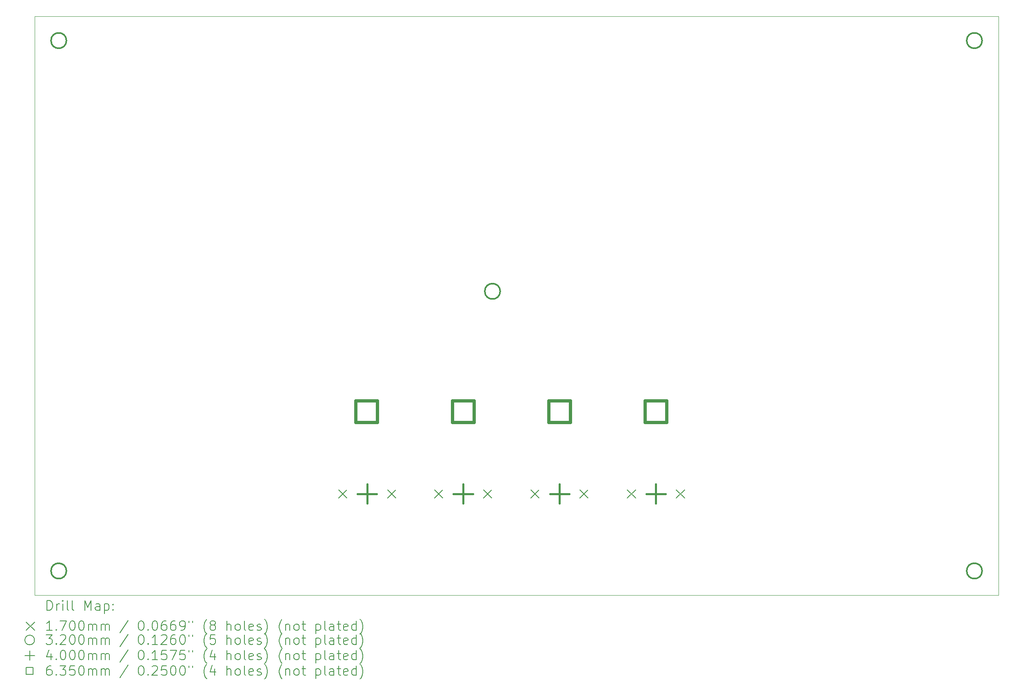
<source format=gbr>
%TF.GenerationSoftware,KiCad,Pcbnew,8.0.5*%
%TF.CreationDate,2024-11-26T19:37:30+02:00*%
%TF.ProjectId,io_box,696f5f62-6f78-42e6-9b69-6361645f7063,rev?*%
%TF.SameCoordinates,Original*%
%TF.FileFunction,Drillmap*%
%TF.FilePolarity,Positive*%
%FSLAX45Y45*%
G04 Gerber Fmt 4.5, Leading zero omitted, Abs format (unit mm)*
G04 Created by KiCad (PCBNEW 8.0.5) date 2024-11-26 19:37:30*
%MOMM*%
%LPD*%
G01*
G04 APERTURE LIST*
%ADD10C,0.050000*%
%ADD11C,0.200000*%
%ADD12C,0.170000*%
%ADD13C,0.320000*%
%ADD14C,0.400000*%
%ADD15C,0.635000*%
G04 APERTURE END LIST*
D10*
X2500000Y-2500000D02*
X22500000Y-2500000D01*
X22500000Y-14500000D01*
X2500000Y-14500000D01*
X2500000Y-2500000D01*
D11*
D12*
X8807000Y-12315000D02*
X8977000Y-12485000D01*
X8977000Y-12315000D02*
X8807000Y-12485000D01*
X9823000Y-12315000D02*
X9993000Y-12485000D01*
X9993000Y-12315000D02*
X9823000Y-12485000D01*
X10799000Y-12315000D02*
X10969000Y-12485000D01*
X10969000Y-12315000D02*
X10799000Y-12485000D01*
X11815000Y-12315000D02*
X11985000Y-12485000D01*
X11985000Y-12315000D02*
X11815000Y-12485000D01*
X12799000Y-12315000D02*
X12969000Y-12485000D01*
X12969000Y-12315000D02*
X12799000Y-12485000D01*
X13815000Y-12315000D02*
X13985000Y-12485000D01*
X13985000Y-12315000D02*
X13815000Y-12485000D01*
X14799000Y-12315000D02*
X14969000Y-12485000D01*
X14969000Y-12315000D02*
X14799000Y-12485000D01*
X15815000Y-12315000D02*
X15985000Y-12485000D01*
X15985000Y-12315000D02*
X15815000Y-12485000D01*
D13*
X3160000Y-3000000D02*
G75*
G02*
X2840000Y-3000000I-160000J0D01*
G01*
X2840000Y-3000000D02*
G75*
G02*
X3160000Y-3000000I160000J0D01*
G01*
X3160000Y-14000000D02*
G75*
G02*
X2840000Y-14000000I-160000J0D01*
G01*
X2840000Y-14000000D02*
G75*
G02*
X3160000Y-14000000I160000J0D01*
G01*
X12160000Y-8200000D02*
G75*
G02*
X11840000Y-8200000I-160000J0D01*
G01*
X11840000Y-8200000D02*
G75*
G02*
X12160000Y-8200000I160000J0D01*
G01*
X22160000Y-3000000D02*
G75*
G02*
X21840000Y-3000000I-160000J0D01*
G01*
X21840000Y-3000000D02*
G75*
G02*
X22160000Y-3000000I160000J0D01*
G01*
X22160000Y-14000000D02*
G75*
G02*
X21840000Y-14000000I-160000J0D01*
G01*
X21840000Y-14000000D02*
G75*
G02*
X22160000Y-14000000I160000J0D01*
G01*
D14*
X9400000Y-12200000D02*
X9400000Y-12600000D01*
X9200000Y-12400000D02*
X9600000Y-12400000D01*
X11392000Y-12200000D02*
X11392000Y-12600000D01*
X11192000Y-12400000D02*
X11592000Y-12400000D01*
X13392000Y-12200000D02*
X13392000Y-12600000D01*
X13192000Y-12400000D02*
X13592000Y-12400000D01*
X15392000Y-12200000D02*
X15392000Y-12600000D01*
X15192000Y-12400000D02*
X15592000Y-12400000D01*
D15*
X9616509Y-10924509D02*
X9616509Y-10475491D01*
X9167491Y-10475491D01*
X9167491Y-10924509D01*
X9616509Y-10924509D01*
X11616509Y-10924509D02*
X11616509Y-10475491D01*
X11167491Y-10475491D01*
X11167491Y-10924509D01*
X11616509Y-10924509D01*
X13616509Y-10924509D02*
X13616509Y-10475491D01*
X13167491Y-10475491D01*
X13167491Y-10924509D01*
X13616509Y-10924509D01*
X15616509Y-10924509D02*
X15616509Y-10475491D01*
X15167491Y-10475491D01*
X15167491Y-10924509D01*
X15616509Y-10924509D01*
D11*
X2758277Y-14813984D02*
X2758277Y-14613984D01*
X2758277Y-14613984D02*
X2805896Y-14613984D01*
X2805896Y-14613984D02*
X2834467Y-14623508D01*
X2834467Y-14623508D02*
X2853515Y-14642555D01*
X2853515Y-14642555D02*
X2863039Y-14661603D01*
X2863039Y-14661603D02*
X2872562Y-14699698D01*
X2872562Y-14699698D02*
X2872562Y-14728269D01*
X2872562Y-14728269D02*
X2863039Y-14766365D01*
X2863039Y-14766365D02*
X2853515Y-14785412D01*
X2853515Y-14785412D02*
X2834467Y-14804460D01*
X2834467Y-14804460D02*
X2805896Y-14813984D01*
X2805896Y-14813984D02*
X2758277Y-14813984D01*
X2958277Y-14813984D02*
X2958277Y-14680650D01*
X2958277Y-14718746D02*
X2967801Y-14699698D01*
X2967801Y-14699698D02*
X2977324Y-14690174D01*
X2977324Y-14690174D02*
X2996372Y-14680650D01*
X2996372Y-14680650D02*
X3015420Y-14680650D01*
X3082086Y-14813984D02*
X3082086Y-14680650D01*
X3082086Y-14613984D02*
X3072562Y-14623508D01*
X3072562Y-14623508D02*
X3082086Y-14633031D01*
X3082086Y-14633031D02*
X3091610Y-14623508D01*
X3091610Y-14623508D02*
X3082086Y-14613984D01*
X3082086Y-14613984D02*
X3082086Y-14633031D01*
X3205896Y-14813984D02*
X3186848Y-14804460D01*
X3186848Y-14804460D02*
X3177324Y-14785412D01*
X3177324Y-14785412D02*
X3177324Y-14613984D01*
X3310658Y-14813984D02*
X3291610Y-14804460D01*
X3291610Y-14804460D02*
X3282086Y-14785412D01*
X3282086Y-14785412D02*
X3282086Y-14613984D01*
X3539229Y-14813984D02*
X3539229Y-14613984D01*
X3539229Y-14613984D02*
X3605896Y-14756841D01*
X3605896Y-14756841D02*
X3672562Y-14613984D01*
X3672562Y-14613984D02*
X3672562Y-14813984D01*
X3853515Y-14813984D02*
X3853515Y-14709222D01*
X3853515Y-14709222D02*
X3843991Y-14690174D01*
X3843991Y-14690174D02*
X3824943Y-14680650D01*
X3824943Y-14680650D02*
X3786848Y-14680650D01*
X3786848Y-14680650D02*
X3767801Y-14690174D01*
X3853515Y-14804460D02*
X3834467Y-14813984D01*
X3834467Y-14813984D02*
X3786848Y-14813984D01*
X3786848Y-14813984D02*
X3767801Y-14804460D01*
X3767801Y-14804460D02*
X3758277Y-14785412D01*
X3758277Y-14785412D02*
X3758277Y-14766365D01*
X3758277Y-14766365D02*
X3767801Y-14747317D01*
X3767801Y-14747317D02*
X3786848Y-14737793D01*
X3786848Y-14737793D02*
X3834467Y-14737793D01*
X3834467Y-14737793D02*
X3853515Y-14728269D01*
X3948753Y-14680650D02*
X3948753Y-14880650D01*
X3948753Y-14690174D02*
X3967801Y-14680650D01*
X3967801Y-14680650D02*
X4005896Y-14680650D01*
X4005896Y-14680650D02*
X4024943Y-14690174D01*
X4024943Y-14690174D02*
X4034467Y-14699698D01*
X4034467Y-14699698D02*
X4043991Y-14718746D01*
X4043991Y-14718746D02*
X4043991Y-14775888D01*
X4043991Y-14775888D02*
X4034467Y-14794936D01*
X4034467Y-14794936D02*
X4024943Y-14804460D01*
X4024943Y-14804460D02*
X4005896Y-14813984D01*
X4005896Y-14813984D02*
X3967801Y-14813984D01*
X3967801Y-14813984D02*
X3948753Y-14804460D01*
X4129705Y-14794936D02*
X4139229Y-14804460D01*
X4139229Y-14804460D02*
X4129705Y-14813984D01*
X4129705Y-14813984D02*
X4120182Y-14804460D01*
X4120182Y-14804460D02*
X4129705Y-14794936D01*
X4129705Y-14794936D02*
X4129705Y-14813984D01*
X4129705Y-14690174D02*
X4139229Y-14699698D01*
X4139229Y-14699698D02*
X4129705Y-14709222D01*
X4129705Y-14709222D02*
X4120182Y-14699698D01*
X4120182Y-14699698D02*
X4129705Y-14690174D01*
X4129705Y-14690174D02*
X4129705Y-14709222D01*
D12*
X2327500Y-15057500D02*
X2497500Y-15227500D01*
X2497500Y-15057500D02*
X2327500Y-15227500D01*
D11*
X2863039Y-15233984D02*
X2748753Y-15233984D01*
X2805896Y-15233984D02*
X2805896Y-15033984D01*
X2805896Y-15033984D02*
X2786848Y-15062555D01*
X2786848Y-15062555D02*
X2767801Y-15081603D01*
X2767801Y-15081603D02*
X2748753Y-15091127D01*
X2948753Y-15214936D02*
X2958277Y-15224460D01*
X2958277Y-15224460D02*
X2948753Y-15233984D01*
X2948753Y-15233984D02*
X2939229Y-15224460D01*
X2939229Y-15224460D02*
X2948753Y-15214936D01*
X2948753Y-15214936D02*
X2948753Y-15233984D01*
X3024943Y-15033984D02*
X3158277Y-15033984D01*
X3158277Y-15033984D02*
X3072562Y-15233984D01*
X3272562Y-15033984D02*
X3291610Y-15033984D01*
X3291610Y-15033984D02*
X3310658Y-15043508D01*
X3310658Y-15043508D02*
X3320182Y-15053031D01*
X3320182Y-15053031D02*
X3329705Y-15072079D01*
X3329705Y-15072079D02*
X3339229Y-15110174D01*
X3339229Y-15110174D02*
X3339229Y-15157793D01*
X3339229Y-15157793D02*
X3329705Y-15195888D01*
X3329705Y-15195888D02*
X3320182Y-15214936D01*
X3320182Y-15214936D02*
X3310658Y-15224460D01*
X3310658Y-15224460D02*
X3291610Y-15233984D01*
X3291610Y-15233984D02*
X3272562Y-15233984D01*
X3272562Y-15233984D02*
X3253515Y-15224460D01*
X3253515Y-15224460D02*
X3243991Y-15214936D01*
X3243991Y-15214936D02*
X3234467Y-15195888D01*
X3234467Y-15195888D02*
X3224943Y-15157793D01*
X3224943Y-15157793D02*
X3224943Y-15110174D01*
X3224943Y-15110174D02*
X3234467Y-15072079D01*
X3234467Y-15072079D02*
X3243991Y-15053031D01*
X3243991Y-15053031D02*
X3253515Y-15043508D01*
X3253515Y-15043508D02*
X3272562Y-15033984D01*
X3463039Y-15033984D02*
X3482086Y-15033984D01*
X3482086Y-15033984D02*
X3501134Y-15043508D01*
X3501134Y-15043508D02*
X3510658Y-15053031D01*
X3510658Y-15053031D02*
X3520182Y-15072079D01*
X3520182Y-15072079D02*
X3529705Y-15110174D01*
X3529705Y-15110174D02*
X3529705Y-15157793D01*
X3529705Y-15157793D02*
X3520182Y-15195888D01*
X3520182Y-15195888D02*
X3510658Y-15214936D01*
X3510658Y-15214936D02*
X3501134Y-15224460D01*
X3501134Y-15224460D02*
X3482086Y-15233984D01*
X3482086Y-15233984D02*
X3463039Y-15233984D01*
X3463039Y-15233984D02*
X3443991Y-15224460D01*
X3443991Y-15224460D02*
X3434467Y-15214936D01*
X3434467Y-15214936D02*
X3424943Y-15195888D01*
X3424943Y-15195888D02*
X3415420Y-15157793D01*
X3415420Y-15157793D02*
X3415420Y-15110174D01*
X3415420Y-15110174D02*
X3424943Y-15072079D01*
X3424943Y-15072079D02*
X3434467Y-15053031D01*
X3434467Y-15053031D02*
X3443991Y-15043508D01*
X3443991Y-15043508D02*
X3463039Y-15033984D01*
X3615420Y-15233984D02*
X3615420Y-15100650D01*
X3615420Y-15119698D02*
X3624943Y-15110174D01*
X3624943Y-15110174D02*
X3643991Y-15100650D01*
X3643991Y-15100650D02*
X3672563Y-15100650D01*
X3672563Y-15100650D02*
X3691610Y-15110174D01*
X3691610Y-15110174D02*
X3701134Y-15129222D01*
X3701134Y-15129222D02*
X3701134Y-15233984D01*
X3701134Y-15129222D02*
X3710658Y-15110174D01*
X3710658Y-15110174D02*
X3729705Y-15100650D01*
X3729705Y-15100650D02*
X3758277Y-15100650D01*
X3758277Y-15100650D02*
X3777324Y-15110174D01*
X3777324Y-15110174D02*
X3786848Y-15129222D01*
X3786848Y-15129222D02*
X3786848Y-15233984D01*
X3882086Y-15233984D02*
X3882086Y-15100650D01*
X3882086Y-15119698D02*
X3891610Y-15110174D01*
X3891610Y-15110174D02*
X3910658Y-15100650D01*
X3910658Y-15100650D02*
X3939229Y-15100650D01*
X3939229Y-15100650D02*
X3958277Y-15110174D01*
X3958277Y-15110174D02*
X3967801Y-15129222D01*
X3967801Y-15129222D02*
X3967801Y-15233984D01*
X3967801Y-15129222D02*
X3977324Y-15110174D01*
X3977324Y-15110174D02*
X3996372Y-15100650D01*
X3996372Y-15100650D02*
X4024943Y-15100650D01*
X4024943Y-15100650D02*
X4043991Y-15110174D01*
X4043991Y-15110174D02*
X4053515Y-15129222D01*
X4053515Y-15129222D02*
X4053515Y-15233984D01*
X4443991Y-15024460D02*
X4272563Y-15281603D01*
X4701134Y-15033984D02*
X4720182Y-15033984D01*
X4720182Y-15033984D02*
X4739229Y-15043508D01*
X4739229Y-15043508D02*
X4748753Y-15053031D01*
X4748753Y-15053031D02*
X4758277Y-15072079D01*
X4758277Y-15072079D02*
X4767801Y-15110174D01*
X4767801Y-15110174D02*
X4767801Y-15157793D01*
X4767801Y-15157793D02*
X4758277Y-15195888D01*
X4758277Y-15195888D02*
X4748753Y-15214936D01*
X4748753Y-15214936D02*
X4739229Y-15224460D01*
X4739229Y-15224460D02*
X4720182Y-15233984D01*
X4720182Y-15233984D02*
X4701134Y-15233984D01*
X4701134Y-15233984D02*
X4682087Y-15224460D01*
X4682087Y-15224460D02*
X4672563Y-15214936D01*
X4672563Y-15214936D02*
X4663039Y-15195888D01*
X4663039Y-15195888D02*
X4653515Y-15157793D01*
X4653515Y-15157793D02*
X4653515Y-15110174D01*
X4653515Y-15110174D02*
X4663039Y-15072079D01*
X4663039Y-15072079D02*
X4672563Y-15053031D01*
X4672563Y-15053031D02*
X4682087Y-15043508D01*
X4682087Y-15043508D02*
X4701134Y-15033984D01*
X4853515Y-15214936D02*
X4863039Y-15224460D01*
X4863039Y-15224460D02*
X4853515Y-15233984D01*
X4853515Y-15233984D02*
X4843991Y-15224460D01*
X4843991Y-15224460D02*
X4853515Y-15214936D01*
X4853515Y-15214936D02*
X4853515Y-15233984D01*
X4986848Y-15033984D02*
X5005896Y-15033984D01*
X5005896Y-15033984D02*
X5024944Y-15043508D01*
X5024944Y-15043508D02*
X5034468Y-15053031D01*
X5034468Y-15053031D02*
X5043991Y-15072079D01*
X5043991Y-15072079D02*
X5053515Y-15110174D01*
X5053515Y-15110174D02*
X5053515Y-15157793D01*
X5053515Y-15157793D02*
X5043991Y-15195888D01*
X5043991Y-15195888D02*
X5034468Y-15214936D01*
X5034468Y-15214936D02*
X5024944Y-15224460D01*
X5024944Y-15224460D02*
X5005896Y-15233984D01*
X5005896Y-15233984D02*
X4986848Y-15233984D01*
X4986848Y-15233984D02*
X4967801Y-15224460D01*
X4967801Y-15224460D02*
X4958277Y-15214936D01*
X4958277Y-15214936D02*
X4948753Y-15195888D01*
X4948753Y-15195888D02*
X4939229Y-15157793D01*
X4939229Y-15157793D02*
X4939229Y-15110174D01*
X4939229Y-15110174D02*
X4948753Y-15072079D01*
X4948753Y-15072079D02*
X4958277Y-15053031D01*
X4958277Y-15053031D02*
X4967801Y-15043508D01*
X4967801Y-15043508D02*
X4986848Y-15033984D01*
X5224944Y-15033984D02*
X5186848Y-15033984D01*
X5186848Y-15033984D02*
X5167801Y-15043508D01*
X5167801Y-15043508D02*
X5158277Y-15053031D01*
X5158277Y-15053031D02*
X5139229Y-15081603D01*
X5139229Y-15081603D02*
X5129706Y-15119698D01*
X5129706Y-15119698D02*
X5129706Y-15195888D01*
X5129706Y-15195888D02*
X5139229Y-15214936D01*
X5139229Y-15214936D02*
X5148753Y-15224460D01*
X5148753Y-15224460D02*
X5167801Y-15233984D01*
X5167801Y-15233984D02*
X5205896Y-15233984D01*
X5205896Y-15233984D02*
X5224944Y-15224460D01*
X5224944Y-15224460D02*
X5234468Y-15214936D01*
X5234468Y-15214936D02*
X5243991Y-15195888D01*
X5243991Y-15195888D02*
X5243991Y-15148269D01*
X5243991Y-15148269D02*
X5234468Y-15129222D01*
X5234468Y-15129222D02*
X5224944Y-15119698D01*
X5224944Y-15119698D02*
X5205896Y-15110174D01*
X5205896Y-15110174D02*
X5167801Y-15110174D01*
X5167801Y-15110174D02*
X5148753Y-15119698D01*
X5148753Y-15119698D02*
X5139229Y-15129222D01*
X5139229Y-15129222D02*
X5129706Y-15148269D01*
X5415420Y-15033984D02*
X5377325Y-15033984D01*
X5377325Y-15033984D02*
X5358277Y-15043508D01*
X5358277Y-15043508D02*
X5348753Y-15053031D01*
X5348753Y-15053031D02*
X5329706Y-15081603D01*
X5329706Y-15081603D02*
X5320182Y-15119698D01*
X5320182Y-15119698D02*
X5320182Y-15195888D01*
X5320182Y-15195888D02*
X5329706Y-15214936D01*
X5329706Y-15214936D02*
X5339229Y-15224460D01*
X5339229Y-15224460D02*
X5358277Y-15233984D01*
X5358277Y-15233984D02*
X5396372Y-15233984D01*
X5396372Y-15233984D02*
X5415420Y-15224460D01*
X5415420Y-15224460D02*
X5424944Y-15214936D01*
X5424944Y-15214936D02*
X5434468Y-15195888D01*
X5434468Y-15195888D02*
X5434468Y-15148269D01*
X5434468Y-15148269D02*
X5424944Y-15129222D01*
X5424944Y-15129222D02*
X5415420Y-15119698D01*
X5415420Y-15119698D02*
X5396372Y-15110174D01*
X5396372Y-15110174D02*
X5358277Y-15110174D01*
X5358277Y-15110174D02*
X5339229Y-15119698D01*
X5339229Y-15119698D02*
X5329706Y-15129222D01*
X5329706Y-15129222D02*
X5320182Y-15148269D01*
X5529706Y-15233984D02*
X5567801Y-15233984D01*
X5567801Y-15233984D02*
X5586849Y-15224460D01*
X5586849Y-15224460D02*
X5596372Y-15214936D01*
X5596372Y-15214936D02*
X5615420Y-15186365D01*
X5615420Y-15186365D02*
X5624944Y-15148269D01*
X5624944Y-15148269D02*
X5624944Y-15072079D01*
X5624944Y-15072079D02*
X5615420Y-15053031D01*
X5615420Y-15053031D02*
X5605896Y-15043508D01*
X5605896Y-15043508D02*
X5586849Y-15033984D01*
X5586849Y-15033984D02*
X5548753Y-15033984D01*
X5548753Y-15033984D02*
X5529706Y-15043508D01*
X5529706Y-15043508D02*
X5520182Y-15053031D01*
X5520182Y-15053031D02*
X5510658Y-15072079D01*
X5510658Y-15072079D02*
X5510658Y-15119698D01*
X5510658Y-15119698D02*
X5520182Y-15138746D01*
X5520182Y-15138746D02*
X5529706Y-15148269D01*
X5529706Y-15148269D02*
X5548753Y-15157793D01*
X5548753Y-15157793D02*
X5586849Y-15157793D01*
X5586849Y-15157793D02*
X5605896Y-15148269D01*
X5605896Y-15148269D02*
X5615420Y-15138746D01*
X5615420Y-15138746D02*
X5624944Y-15119698D01*
X5701134Y-15033984D02*
X5701134Y-15072079D01*
X5777325Y-15033984D02*
X5777325Y-15072079D01*
X6072563Y-15310174D02*
X6063039Y-15300650D01*
X6063039Y-15300650D02*
X6043991Y-15272079D01*
X6043991Y-15272079D02*
X6034468Y-15253031D01*
X6034468Y-15253031D02*
X6024944Y-15224460D01*
X6024944Y-15224460D02*
X6015420Y-15176841D01*
X6015420Y-15176841D02*
X6015420Y-15138746D01*
X6015420Y-15138746D02*
X6024944Y-15091127D01*
X6024944Y-15091127D02*
X6034468Y-15062555D01*
X6034468Y-15062555D02*
X6043991Y-15043508D01*
X6043991Y-15043508D02*
X6063039Y-15014936D01*
X6063039Y-15014936D02*
X6072563Y-15005412D01*
X6177325Y-15119698D02*
X6158277Y-15110174D01*
X6158277Y-15110174D02*
X6148753Y-15100650D01*
X6148753Y-15100650D02*
X6139229Y-15081603D01*
X6139229Y-15081603D02*
X6139229Y-15072079D01*
X6139229Y-15072079D02*
X6148753Y-15053031D01*
X6148753Y-15053031D02*
X6158277Y-15043508D01*
X6158277Y-15043508D02*
X6177325Y-15033984D01*
X6177325Y-15033984D02*
X6215420Y-15033984D01*
X6215420Y-15033984D02*
X6234468Y-15043508D01*
X6234468Y-15043508D02*
X6243991Y-15053031D01*
X6243991Y-15053031D02*
X6253515Y-15072079D01*
X6253515Y-15072079D02*
X6253515Y-15081603D01*
X6253515Y-15081603D02*
X6243991Y-15100650D01*
X6243991Y-15100650D02*
X6234468Y-15110174D01*
X6234468Y-15110174D02*
X6215420Y-15119698D01*
X6215420Y-15119698D02*
X6177325Y-15119698D01*
X6177325Y-15119698D02*
X6158277Y-15129222D01*
X6158277Y-15129222D02*
X6148753Y-15138746D01*
X6148753Y-15138746D02*
X6139229Y-15157793D01*
X6139229Y-15157793D02*
X6139229Y-15195888D01*
X6139229Y-15195888D02*
X6148753Y-15214936D01*
X6148753Y-15214936D02*
X6158277Y-15224460D01*
X6158277Y-15224460D02*
X6177325Y-15233984D01*
X6177325Y-15233984D02*
X6215420Y-15233984D01*
X6215420Y-15233984D02*
X6234468Y-15224460D01*
X6234468Y-15224460D02*
X6243991Y-15214936D01*
X6243991Y-15214936D02*
X6253515Y-15195888D01*
X6253515Y-15195888D02*
X6253515Y-15157793D01*
X6253515Y-15157793D02*
X6243991Y-15138746D01*
X6243991Y-15138746D02*
X6234468Y-15129222D01*
X6234468Y-15129222D02*
X6215420Y-15119698D01*
X6491610Y-15233984D02*
X6491610Y-15033984D01*
X6577325Y-15233984D02*
X6577325Y-15129222D01*
X6577325Y-15129222D02*
X6567801Y-15110174D01*
X6567801Y-15110174D02*
X6548753Y-15100650D01*
X6548753Y-15100650D02*
X6520182Y-15100650D01*
X6520182Y-15100650D02*
X6501134Y-15110174D01*
X6501134Y-15110174D02*
X6491610Y-15119698D01*
X6701134Y-15233984D02*
X6682087Y-15224460D01*
X6682087Y-15224460D02*
X6672563Y-15214936D01*
X6672563Y-15214936D02*
X6663039Y-15195888D01*
X6663039Y-15195888D02*
X6663039Y-15138746D01*
X6663039Y-15138746D02*
X6672563Y-15119698D01*
X6672563Y-15119698D02*
X6682087Y-15110174D01*
X6682087Y-15110174D02*
X6701134Y-15100650D01*
X6701134Y-15100650D02*
X6729706Y-15100650D01*
X6729706Y-15100650D02*
X6748753Y-15110174D01*
X6748753Y-15110174D02*
X6758277Y-15119698D01*
X6758277Y-15119698D02*
X6767801Y-15138746D01*
X6767801Y-15138746D02*
X6767801Y-15195888D01*
X6767801Y-15195888D02*
X6758277Y-15214936D01*
X6758277Y-15214936D02*
X6748753Y-15224460D01*
X6748753Y-15224460D02*
X6729706Y-15233984D01*
X6729706Y-15233984D02*
X6701134Y-15233984D01*
X6882087Y-15233984D02*
X6863039Y-15224460D01*
X6863039Y-15224460D02*
X6853515Y-15205412D01*
X6853515Y-15205412D02*
X6853515Y-15033984D01*
X7034468Y-15224460D02*
X7015420Y-15233984D01*
X7015420Y-15233984D02*
X6977325Y-15233984D01*
X6977325Y-15233984D02*
X6958277Y-15224460D01*
X6958277Y-15224460D02*
X6948753Y-15205412D01*
X6948753Y-15205412D02*
X6948753Y-15129222D01*
X6948753Y-15129222D02*
X6958277Y-15110174D01*
X6958277Y-15110174D02*
X6977325Y-15100650D01*
X6977325Y-15100650D02*
X7015420Y-15100650D01*
X7015420Y-15100650D02*
X7034468Y-15110174D01*
X7034468Y-15110174D02*
X7043991Y-15129222D01*
X7043991Y-15129222D02*
X7043991Y-15148269D01*
X7043991Y-15148269D02*
X6948753Y-15167317D01*
X7120182Y-15224460D02*
X7139230Y-15233984D01*
X7139230Y-15233984D02*
X7177325Y-15233984D01*
X7177325Y-15233984D02*
X7196372Y-15224460D01*
X7196372Y-15224460D02*
X7205896Y-15205412D01*
X7205896Y-15205412D02*
X7205896Y-15195888D01*
X7205896Y-15195888D02*
X7196372Y-15176841D01*
X7196372Y-15176841D02*
X7177325Y-15167317D01*
X7177325Y-15167317D02*
X7148753Y-15167317D01*
X7148753Y-15167317D02*
X7129706Y-15157793D01*
X7129706Y-15157793D02*
X7120182Y-15138746D01*
X7120182Y-15138746D02*
X7120182Y-15129222D01*
X7120182Y-15129222D02*
X7129706Y-15110174D01*
X7129706Y-15110174D02*
X7148753Y-15100650D01*
X7148753Y-15100650D02*
X7177325Y-15100650D01*
X7177325Y-15100650D02*
X7196372Y-15110174D01*
X7272563Y-15310174D02*
X7282087Y-15300650D01*
X7282087Y-15300650D02*
X7301134Y-15272079D01*
X7301134Y-15272079D02*
X7310658Y-15253031D01*
X7310658Y-15253031D02*
X7320182Y-15224460D01*
X7320182Y-15224460D02*
X7329706Y-15176841D01*
X7329706Y-15176841D02*
X7329706Y-15138746D01*
X7329706Y-15138746D02*
X7320182Y-15091127D01*
X7320182Y-15091127D02*
X7310658Y-15062555D01*
X7310658Y-15062555D02*
X7301134Y-15043508D01*
X7301134Y-15043508D02*
X7282087Y-15014936D01*
X7282087Y-15014936D02*
X7272563Y-15005412D01*
X7634468Y-15310174D02*
X7624944Y-15300650D01*
X7624944Y-15300650D02*
X7605896Y-15272079D01*
X7605896Y-15272079D02*
X7596372Y-15253031D01*
X7596372Y-15253031D02*
X7586849Y-15224460D01*
X7586849Y-15224460D02*
X7577325Y-15176841D01*
X7577325Y-15176841D02*
X7577325Y-15138746D01*
X7577325Y-15138746D02*
X7586849Y-15091127D01*
X7586849Y-15091127D02*
X7596372Y-15062555D01*
X7596372Y-15062555D02*
X7605896Y-15043508D01*
X7605896Y-15043508D02*
X7624944Y-15014936D01*
X7624944Y-15014936D02*
X7634468Y-15005412D01*
X7710658Y-15100650D02*
X7710658Y-15233984D01*
X7710658Y-15119698D02*
X7720182Y-15110174D01*
X7720182Y-15110174D02*
X7739230Y-15100650D01*
X7739230Y-15100650D02*
X7767801Y-15100650D01*
X7767801Y-15100650D02*
X7786849Y-15110174D01*
X7786849Y-15110174D02*
X7796372Y-15129222D01*
X7796372Y-15129222D02*
X7796372Y-15233984D01*
X7920182Y-15233984D02*
X7901134Y-15224460D01*
X7901134Y-15224460D02*
X7891611Y-15214936D01*
X7891611Y-15214936D02*
X7882087Y-15195888D01*
X7882087Y-15195888D02*
X7882087Y-15138746D01*
X7882087Y-15138746D02*
X7891611Y-15119698D01*
X7891611Y-15119698D02*
X7901134Y-15110174D01*
X7901134Y-15110174D02*
X7920182Y-15100650D01*
X7920182Y-15100650D02*
X7948753Y-15100650D01*
X7948753Y-15100650D02*
X7967801Y-15110174D01*
X7967801Y-15110174D02*
X7977325Y-15119698D01*
X7977325Y-15119698D02*
X7986849Y-15138746D01*
X7986849Y-15138746D02*
X7986849Y-15195888D01*
X7986849Y-15195888D02*
X7977325Y-15214936D01*
X7977325Y-15214936D02*
X7967801Y-15224460D01*
X7967801Y-15224460D02*
X7948753Y-15233984D01*
X7948753Y-15233984D02*
X7920182Y-15233984D01*
X8043992Y-15100650D02*
X8120182Y-15100650D01*
X8072563Y-15033984D02*
X8072563Y-15205412D01*
X8072563Y-15205412D02*
X8082087Y-15224460D01*
X8082087Y-15224460D02*
X8101134Y-15233984D01*
X8101134Y-15233984D02*
X8120182Y-15233984D01*
X8339230Y-15100650D02*
X8339230Y-15300650D01*
X8339230Y-15110174D02*
X8358277Y-15100650D01*
X8358277Y-15100650D02*
X8396373Y-15100650D01*
X8396373Y-15100650D02*
X8415420Y-15110174D01*
X8415420Y-15110174D02*
X8424944Y-15119698D01*
X8424944Y-15119698D02*
X8434468Y-15138746D01*
X8434468Y-15138746D02*
X8434468Y-15195888D01*
X8434468Y-15195888D02*
X8424944Y-15214936D01*
X8424944Y-15214936D02*
X8415420Y-15224460D01*
X8415420Y-15224460D02*
X8396373Y-15233984D01*
X8396373Y-15233984D02*
X8358277Y-15233984D01*
X8358277Y-15233984D02*
X8339230Y-15224460D01*
X8548754Y-15233984D02*
X8529706Y-15224460D01*
X8529706Y-15224460D02*
X8520182Y-15205412D01*
X8520182Y-15205412D02*
X8520182Y-15033984D01*
X8710658Y-15233984D02*
X8710658Y-15129222D01*
X8710658Y-15129222D02*
X8701135Y-15110174D01*
X8701135Y-15110174D02*
X8682087Y-15100650D01*
X8682087Y-15100650D02*
X8643992Y-15100650D01*
X8643992Y-15100650D02*
X8624944Y-15110174D01*
X8710658Y-15224460D02*
X8691611Y-15233984D01*
X8691611Y-15233984D02*
X8643992Y-15233984D01*
X8643992Y-15233984D02*
X8624944Y-15224460D01*
X8624944Y-15224460D02*
X8615420Y-15205412D01*
X8615420Y-15205412D02*
X8615420Y-15186365D01*
X8615420Y-15186365D02*
X8624944Y-15167317D01*
X8624944Y-15167317D02*
X8643992Y-15157793D01*
X8643992Y-15157793D02*
X8691611Y-15157793D01*
X8691611Y-15157793D02*
X8710658Y-15148269D01*
X8777325Y-15100650D02*
X8853515Y-15100650D01*
X8805896Y-15033984D02*
X8805896Y-15205412D01*
X8805896Y-15205412D02*
X8815420Y-15224460D01*
X8815420Y-15224460D02*
X8834468Y-15233984D01*
X8834468Y-15233984D02*
X8853515Y-15233984D01*
X8996373Y-15224460D02*
X8977325Y-15233984D01*
X8977325Y-15233984D02*
X8939230Y-15233984D01*
X8939230Y-15233984D02*
X8920182Y-15224460D01*
X8920182Y-15224460D02*
X8910658Y-15205412D01*
X8910658Y-15205412D02*
X8910658Y-15129222D01*
X8910658Y-15129222D02*
X8920182Y-15110174D01*
X8920182Y-15110174D02*
X8939230Y-15100650D01*
X8939230Y-15100650D02*
X8977325Y-15100650D01*
X8977325Y-15100650D02*
X8996373Y-15110174D01*
X8996373Y-15110174D02*
X9005896Y-15129222D01*
X9005896Y-15129222D02*
X9005896Y-15148269D01*
X9005896Y-15148269D02*
X8910658Y-15167317D01*
X9177325Y-15233984D02*
X9177325Y-15033984D01*
X9177325Y-15224460D02*
X9158277Y-15233984D01*
X9158277Y-15233984D02*
X9120182Y-15233984D01*
X9120182Y-15233984D02*
X9101135Y-15224460D01*
X9101135Y-15224460D02*
X9091611Y-15214936D01*
X9091611Y-15214936D02*
X9082087Y-15195888D01*
X9082087Y-15195888D02*
X9082087Y-15138746D01*
X9082087Y-15138746D02*
X9091611Y-15119698D01*
X9091611Y-15119698D02*
X9101135Y-15110174D01*
X9101135Y-15110174D02*
X9120182Y-15100650D01*
X9120182Y-15100650D02*
X9158277Y-15100650D01*
X9158277Y-15100650D02*
X9177325Y-15110174D01*
X9253516Y-15310174D02*
X9263039Y-15300650D01*
X9263039Y-15300650D02*
X9282087Y-15272079D01*
X9282087Y-15272079D02*
X9291611Y-15253031D01*
X9291611Y-15253031D02*
X9301135Y-15224460D01*
X9301135Y-15224460D02*
X9310658Y-15176841D01*
X9310658Y-15176841D02*
X9310658Y-15138746D01*
X9310658Y-15138746D02*
X9301135Y-15091127D01*
X9301135Y-15091127D02*
X9291611Y-15062555D01*
X9291611Y-15062555D02*
X9282087Y-15043508D01*
X9282087Y-15043508D02*
X9263039Y-15014936D01*
X9263039Y-15014936D02*
X9253516Y-15005412D01*
X2497500Y-15432500D02*
G75*
G02*
X2297500Y-15432500I-100000J0D01*
G01*
X2297500Y-15432500D02*
G75*
G02*
X2497500Y-15432500I100000J0D01*
G01*
X2739229Y-15323984D02*
X2863039Y-15323984D01*
X2863039Y-15323984D02*
X2796372Y-15400174D01*
X2796372Y-15400174D02*
X2824943Y-15400174D01*
X2824943Y-15400174D02*
X2843991Y-15409698D01*
X2843991Y-15409698D02*
X2853515Y-15419222D01*
X2853515Y-15419222D02*
X2863039Y-15438269D01*
X2863039Y-15438269D02*
X2863039Y-15485888D01*
X2863039Y-15485888D02*
X2853515Y-15504936D01*
X2853515Y-15504936D02*
X2843991Y-15514460D01*
X2843991Y-15514460D02*
X2824943Y-15523984D01*
X2824943Y-15523984D02*
X2767801Y-15523984D01*
X2767801Y-15523984D02*
X2748753Y-15514460D01*
X2748753Y-15514460D02*
X2739229Y-15504936D01*
X2948753Y-15504936D02*
X2958277Y-15514460D01*
X2958277Y-15514460D02*
X2948753Y-15523984D01*
X2948753Y-15523984D02*
X2939229Y-15514460D01*
X2939229Y-15514460D02*
X2948753Y-15504936D01*
X2948753Y-15504936D02*
X2948753Y-15523984D01*
X3034467Y-15343031D02*
X3043991Y-15333508D01*
X3043991Y-15333508D02*
X3063039Y-15323984D01*
X3063039Y-15323984D02*
X3110658Y-15323984D01*
X3110658Y-15323984D02*
X3129705Y-15333508D01*
X3129705Y-15333508D02*
X3139229Y-15343031D01*
X3139229Y-15343031D02*
X3148753Y-15362079D01*
X3148753Y-15362079D02*
X3148753Y-15381127D01*
X3148753Y-15381127D02*
X3139229Y-15409698D01*
X3139229Y-15409698D02*
X3024943Y-15523984D01*
X3024943Y-15523984D02*
X3148753Y-15523984D01*
X3272562Y-15323984D02*
X3291610Y-15323984D01*
X3291610Y-15323984D02*
X3310658Y-15333508D01*
X3310658Y-15333508D02*
X3320182Y-15343031D01*
X3320182Y-15343031D02*
X3329705Y-15362079D01*
X3329705Y-15362079D02*
X3339229Y-15400174D01*
X3339229Y-15400174D02*
X3339229Y-15447793D01*
X3339229Y-15447793D02*
X3329705Y-15485888D01*
X3329705Y-15485888D02*
X3320182Y-15504936D01*
X3320182Y-15504936D02*
X3310658Y-15514460D01*
X3310658Y-15514460D02*
X3291610Y-15523984D01*
X3291610Y-15523984D02*
X3272562Y-15523984D01*
X3272562Y-15523984D02*
X3253515Y-15514460D01*
X3253515Y-15514460D02*
X3243991Y-15504936D01*
X3243991Y-15504936D02*
X3234467Y-15485888D01*
X3234467Y-15485888D02*
X3224943Y-15447793D01*
X3224943Y-15447793D02*
X3224943Y-15400174D01*
X3224943Y-15400174D02*
X3234467Y-15362079D01*
X3234467Y-15362079D02*
X3243991Y-15343031D01*
X3243991Y-15343031D02*
X3253515Y-15333508D01*
X3253515Y-15333508D02*
X3272562Y-15323984D01*
X3463039Y-15323984D02*
X3482086Y-15323984D01*
X3482086Y-15323984D02*
X3501134Y-15333508D01*
X3501134Y-15333508D02*
X3510658Y-15343031D01*
X3510658Y-15343031D02*
X3520182Y-15362079D01*
X3520182Y-15362079D02*
X3529705Y-15400174D01*
X3529705Y-15400174D02*
X3529705Y-15447793D01*
X3529705Y-15447793D02*
X3520182Y-15485888D01*
X3520182Y-15485888D02*
X3510658Y-15504936D01*
X3510658Y-15504936D02*
X3501134Y-15514460D01*
X3501134Y-15514460D02*
X3482086Y-15523984D01*
X3482086Y-15523984D02*
X3463039Y-15523984D01*
X3463039Y-15523984D02*
X3443991Y-15514460D01*
X3443991Y-15514460D02*
X3434467Y-15504936D01*
X3434467Y-15504936D02*
X3424943Y-15485888D01*
X3424943Y-15485888D02*
X3415420Y-15447793D01*
X3415420Y-15447793D02*
X3415420Y-15400174D01*
X3415420Y-15400174D02*
X3424943Y-15362079D01*
X3424943Y-15362079D02*
X3434467Y-15343031D01*
X3434467Y-15343031D02*
X3443991Y-15333508D01*
X3443991Y-15333508D02*
X3463039Y-15323984D01*
X3615420Y-15523984D02*
X3615420Y-15390650D01*
X3615420Y-15409698D02*
X3624943Y-15400174D01*
X3624943Y-15400174D02*
X3643991Y-15390650D01*
X3643991Y-15390650D02*
X3672563Y-15390650D01*
X3672563Y-15390650D02*
X3691610Y-15400174D01*
X3691610Y-15400174D02*
X3701134Y-15419222D01*
X3701134Y-15419222D02*
X3701134Y-15523984D01*
X3701134Y-15419222D02*
X3710658Y-15400174D01*
X3710658Y-15400174D02*
X3729705Y-15390650D01*
X3729705Y-15390650D02*
X3758277Y-15390650D01*
X3758277Y-15390650D02*
X3777324Y-15400174D01*
X3777324Y-15400174D02*
X3786848Y-15419222D01*
X3786848Y-15419222D02*
X3786848Y-15523984D01*
X3882086Y-15523984D02*
X3882086Y-15390650D01*
X3882086Y-15409698D02*
X3891610Y-15400174D01*
X3891610Y-15400174D02*
X3910658Y-15390650D01*
X3910658Y-15390650D02*
X3939229Y-15390650D01*
X3939229Y-15390650D02*
X3958277Y-15400174D01*
X3958277Y-15400174D02*
X3967801Y-15419222D01*
X3967801Y-15419222D02*
X3967801Y-15523984D01*
X3967801Y-15419222D02*
X3977324Y-15400174D01*
X3977324Y-15400174D02*
X3996372Y-15390650D01*
X3996372Y-15390650D02*
X4024943Y-15390650D01*
X4024943Y-15390650D02*
X4043991Y-15400174D01*
X4043991Y-15400174D02*
X4053515Y-15419222D01*
X4053515Y-15419222D02*
X4053515Y-15523984D01*
X4443991Y-15314460D02*
X4272563Y-15571603D01*
X4701134Y-15323984D02*
X4720182Y-15323984D01*
X4720182Y-15323984D02*
X4739229Y-15333508D01*
X4739229Y-15333508D02*
X4748753Y-15343031D01*
X4748753Y-15343031D02*
X4758277Y-15362079D01*
X4758277Y-15362079D02*
X4767801Y-15400174D01*
X4767801Y-15400174D02*
X4767801Y-15447793D01*
X4767801Y-15447793D02*
X4758277Y-15485888D01*
X4758277Y-15485888D02*
X4748753Y-15504936D01*
X4748753Y-15504936D02*
X4739229Y-15514460D01*
X4739229Y-15514460D02*
X4720182Y-15523984D01*
X4720182Y-15523984D02*
X4701134Y-15523984D01*
X4701134Y-15523984D02*
X4682087Y-15514460D01*
X4682087Y-15514460D02*
X4672563Y-15504936D01*
X4672563Y-15504936D02*
X4663039Y-15485888D01*
X4663039Y-15485888D02*
X4653515Y-15447793D01*
X4653515Y-15447793D02*
X4653515Y-15400174D01*
X4653515Y-15400174D02*
X4663039Y-15362079D01*
X4663039Y-15362079D02*
X4672563Y-15343031D01*
X4672563Y-15343031D02*
X4682087Y-15333508D01*
X4682087Y-15333508D02*
X4701134Y-15323984D01*
X4853515Y-15504936D02*
X4863039Y-15514460D01*
X4863039Y-15514460D02*
X4853515Y-15523984D01*
X4853515Y-15523984D02*
X4843991Y-15514460D01*
X4843991Y-15514460D02*
X4853515Y-15504936D01*
X4853515Y-15504936D02*
X4853515Y-15523984D01*
X5053515Y-15523984D02*
X4939229Y-15523984D01*
X4996372Y-15523984D02*
X4996372Y-15323984D01*
X4996372Y-15323984D02*
X4977325Y-15352555D01*
X4977325Y-15352555D02*
X4958277Y-15371603D01*
X4958277Y-15371603D02*
X4939229Y-15381127D01*
X5129706Y-15343031D02*
X5139229Y-15333508D01*
X5139229Y-15333508D02*
X5158277Y-15323984D01*
X5158277Y-15323984D02*
X5205896Y-15323984D01*
X5205896Y-15323984D02*
X5224944Y-15333508D01*
X5224944Y-15333508D02*
X5234468Y-15343031D01*
X5234468Y-15343031D02*
X5243991Y-15362079D01*
X5243991Y-15362079D02*
X5243991Y-15381127D01*
X5243991Y-15381127D02*
X5234468Y-15409698D01*
X5234468Y-15409698D02*
X5120182Y-15523984D01*
X5120182Y-15523984D02*
X5243991Y-15523984D01*
X5415420Y-15323984D02*
X5377325Y-15323984D01*
X5377325Y-15323984D02*
X5358277Y-15333508D01*
X5358277Y-15333508D02*
X5348753Y-15343031D01*
X5348753Y-15343031D02*
X5329706Y-15371603D01*
X5329706Y-15371603D02*
X5320182Y-15409698D01*
X5320182Y-15409698D02*
X5320182Y-15485888D01*
X5320182Y-15485888D02*
X5329706Y-15504936D01*
X5329706Y-15504936D02*
X5339229Y-15514460D01*
X5339229Y-15514460D02*
X5358277Y-15523984D01*
X5358277Y-15523984D02*
X5396372Y-15523984D01*
X5396372Y-15523984D02*
X5415420Y-15514460D01*
X5415420Y-15514460D02*
X5424944Y-15504936D01*
X5424944Y-15504936D02*
X5434468Y-15485888D01*
X5434468Y-15485888D02*
X5434468Y-15438269D01*
X5434468Y-15438269D02*
X5424944Y-15419222D01*
X5424944Y-15419222D02*
X5415420Y-15409698D01*
X5415420Y-15409698D02*
X5396372Y-15400174D01*
X5396372Y-15400174D02*
X5358277Y-15400174D01*
X5358277Y-15400174D02*
X5339229Y-15409698D01*
X5339229Y-15409698D02*
X5329706Y-15419222D01*
X5329706Y-15419222D02*
X5320182Y-15438269D01*
X5558277Y-15323984D02*
X5577325Y-15323984D01*
X5577325Y-15323984D02*
X5596372Y-15333508D01*
X5596372Y-15333508D02*
X5605896Y-15343031D01*
X5605896Y-15343031D02*
X5615420Y-15362079D01*
X5615420Y-15362079D02*
X5624944Y-15400174D01*
X5624944Y-15400174D02*
X5624944Y-15447793D01*
X5624944Y-15447793D02*
X5615420Y-15485888D01*
X5615420Y-15485888D02*
X5605896Y-15504936D01*
X5605896Y-15504936D02*
X5596372Y-15514460D01*
X5596372Y-15514460D02*
X5577325Y-15523984D01*
X5577325Y-15523984D02*
X5558277Y-15523984D01*
X5558277Y-15523984D02*
X5539229Y-15514460D01*
X5539229Y-15514460D02*
X5529706Y-15504936D01*
X5529706Y-15504936D02*
X5520182Y-15485888D01*
X5520182Y-15485888D02*
X5510658Y-15447793D01*
X5510658Y-15447793D02*
X5510658Y-15400174D01*
X5510658Y-15400174D02*
X5520182Y-15362079D01*
X5520182Y-15362079D02*
X5529706Y-15343031D01*
X5529706Y-15343031D02*
X5539229Y-15333508D01*
X5539229Y-15333508D02*
X5558277Y-15323984D01*
X5701134Y-15323984D02*
X5701134Y-15362079D01*
X5777325Y-15323984D02*
X5777325Y-15362079D01*
X6072563Y-15600174D02*
X6063039Y-15590650D01*
X6063039Y-15590650D02*
X6043991Y-15562079D01*
X6043991Y-15562079D02*
X6034468Y-15543031D01*
X6034468Y-15543031D02*
X6024944Y-15514460D01*
X6024944Y-15514460D02*
X6015420Y-15466841D01*
X6015420Y-15466841D02*
X6015420Y-15428746D01*
X6015420Y-15428746D02*
X6024944Y-15381127D01*
X6024944Y-15381127D02*
X6034468Y-15352555D01*
X6034468Y-15352555D02*
X6043991Y-15333508D01*
X6043991Y-15333508D02*
X6063039Y-15304936D01*
X6063039Y-15304936D02*
X6072563Y-15295412D01*
X6243991Y-15323984D02*
X6148753Y-15323984D01*
X6148753Y-15323984D02*
X6139229Y-15419222D01*
X6139229Y-15419222D02*
X6148753Y-15409698D01*
X6148753Y-15409698D02*
X6167801Y-15400174D01*
X6167801Y-15400174D02*
X6215420Y-15400174D01*
X6215420Y-15400174D02*
X6234468Y-15409698D01*
X6234468Y-15409698D02*
X6243991Y-15419222D01*
X6243991Y-15419222D02*
X6253515Y-15438269D01*
X6253515Y-15438269D02*
X6253515Y-15485888D01*
X6253515Y-15485888D02*
X6243991Y-15504936D01*
X6243991Y-15504936D02*
X6234468Y-15514460D01*
X6234468Y-15514460D02*
X6215420Y-15523984D01*
X6215420Y-15523984D02*
X6167801Y-15523984D01*
X6167801Y-15523984D02*
X6148753Y-15514460D01*
X6148753Y-15514460D02*
X6139229Y-15504936D01*
X6491610Y-15523984D02*
X6491610Y-15323984D01*
X6577325Y-15523984D02*
X6577325Y-15419222D01*
X6577325Y-15419222D02*
X6567801Y-15400174D01*
X6567801Y-15400174D02*
X6548753Y-15390650D01*
X6548753Y-15390650D02*
X6520182Y-15390650D01*
X6520182Y-15390650D02*
X6501134Y-15400174D01*
X6501134Y-15400174D02*
X6491610Y-15409698D01*
X6701134Y-15523984D02*
X6682087Y-15514460D01*
X6682087Y-15514460D02*
X6672563Y-15504936D01*
X6672563Y-15504936D02*
X6663039Y-15485888D01*
X6663039Y-15485888D02*
X6663039Y-15428746D01*
X6663039Y-15428746D02*
X6672563Y-15409698D01*
X6672563Y-15409698D02*
X6682087Y-15400174D01*
X6682087Y-15400174D02*
X6701134Y-15390650D01*
X6701134Y-15390650D02*
X6729706Y-15390650D01*
X6729706Y-15390650D02*
X6748753Y-15400174D01*
X6748753Y-15400174D02*
X6758277Y-15409698D01*
X6758277Y-15409698D02*
X6767801Y-15428746D01*
X6767801Y-15428746D02*
X6767801Y-15485888D01*
X6767801Y-15485888D02*
X6758277Y-15504936D01*
X6758277Y-15504936D02*
X6748753Y-15514460D01*
X6748753Y-15514460D02*
X6729706Y-15523984D01*
X6729706Y-15523984D02*
X6701134Y-15523984D01*
X6882087Y-15523984D02*
X6863039Y-15514460D01*
X6863039Y-15514460D02*
X6853515Y-15495412D01*
X6853515Y-15495412D02*
X6853515Y-15323984D01*
X7034468Y-15514460D02*
X7015420Y-15523984D01*
X7015420Y-15523984D02*
X6977325Y-15523984D01*
X6977325Y-15523984D02*
X6958277Y-15514460D01*
X6958277Y-15514460D02*
X6948753Y-15495412D01*
X6948753Y-15495412D02*
X6948753Y-15419222D01*
X6948753Y-15419222D02*
X6958277Y-15400174D01*
X6958277Y-15400174D02*
X6977325Y-15390650D01*
X6977325Y-15390650D02*
X7015420Y-15390650D01*
X7015420Y-15390650D02*
X7034468Y-15400174D01*
X7034468Y-15400174D02*
X7043991Y-15419222D01*
X7043991Y-15419222D02*
X7043991Y-15438269D01*
X7043991Y-15438269D02*
X6948753Y-15457317D01*
X7120182Y-15514460D02*
X7139230Y-15523984D01*
X7139230Y-15523984D02*
X7177325Y-15523984D01*
X7177325Y-15523984D02*
X7196372Y-15514460D01*
X7196372Y-15514460D02*
X7205896Y-15495412D01*
X7205896Y-15495412D02*
X7205896Y-15485888D01*
X7205896Y-15485888D02*
X7196372Y-15466841D01*
X7196372Y-15466841D02*
X7177325Y-15457317D01*
X7177325Y-15457317D02*
X7148753Y-15457317D01*
X7148753Y-15457317D02*
X7129706Y-15447793D01*
X7129706Y-15447793D02*
X7120182Y-15428746D01*
X7120182Y-15428746D02*
X7120182Y-15419222D01*
X7120182Y-15419222D02*
X7129706Y-15400174D01*
X7129706Y-15400174D02*
X7148753Y-15390650D01*
X7148753Y-15390650D02*
X7177325Y-15390650D01*
X7177325Y-15390650D02*
X7196372Y-15400174D01*
X7272563Y-15600174D02*
X7282087Y-15590650D01*
X7282087Y-15590650D02*
X7301134Y-15562079D01*
X7301134Y-15562079D02*
X7310658Y-15543031D01*
X7310658Y-15543031D02*
X7320182Y-15514460D01*
X7320182Y-15514460D02*
X7329706Y-15466841D01*
X7329706Y-15466841D02*
X7329706Y-15428746D01*
X7329706Y-15428746D02*
X7320182Y-15381127D01*
X7320182Y-15381127D02*
X7310658Y-15352555D01*
X7310658Y-15352555D02*
X7301134Y-15333508D01*
X7301134Y-15333508D02*
X7282087Y-15304936D01*
X7282087Y-15304936D02*
X7272563Y-15295412D01*
X7634468Y-15600174D02*
X7624944Y-15590650D01*
X7624944Y-15590650D02*
X7605896Y-15562079D01*
X7605896Y-15562079D02*
X7596372Y-15543031D01*
X7596372Y-15543031D02*
X7586849Y-15514460D01*
X7586849Y-15514460D02*
X7577325Y-15466841D01*
X7577325Y-15466841D02*
X7577325Y-15428746D01*
X7577325Y-15428746D02*
X7586849Y-15381127D01*
X7586849Y-15381127D02*
X7596372Y-15352555D01*
X7596372Y-15352555D02*
X7605896Y-15333508D01*
X7605896Y-15333508D02*
X7624944Y-15304936D01*
X7624944Y-15304936D02*
X7634468Y-15295412D01*
X7710658Y-15390650D02*
X7710658Y-15523984D01*
X7710658Y-15409698D02*
X7720182Y-15400174D01*
X7720182Y-15400174D02*
X7739230Y-15390650D01*
X7739230Y-15390650D02*
X7767801Y-15390650D01*
X7767801Y-15390650D02*
X7786849Y-15400174D01*
X7786849Y-15400174D02*
X7796372Y-15419222D01*
X7796372Y-15419222D02*
X7796372Y-15523984D01*
X7920182Y-15523984D02*
X7901134Y-15514460D01*
X7901134Y-15514460D02*
X7891611Y-15504936D01*
X7891611Y-15504936D02*
X7882087Y-15485888D01*
X7882087Y-15485888D02*
X7882087Y-15428746D01*
X7882087Y-15428746D02*
X7891611Y-15409698D01*
X7891611Y-15409698D02*
X7901134Y-15400174D01*
X7901134Y-15400174D02*
X7920182Y-15390650D01*
X7920182Y-15390650D02*
X7948753Y-15390650D01*
X7948753Y-15390650D02*
X7967801Y-15400174D01*
X7967801Y-15400174D02*
X7977325Y-15409698D01*
X7977325Y-15409698D02*
X7986849Y-15428746D01*
X7986849Y-15428746D02*
X7986849Y-15485888D01*
X7986849Y-15485888D02*
X7977325Y-15504936D01*
X7977325Y-15504936D02*
X7967801Y-15514460D01*
X7967801Y-15514460D02*
X7948753Y-15523984D01*
X7948753Y-15523984D02*
X7920182Y-15523984D01*
X8043992Y-15390650D02*
X8120182Y-15390650D01*
X8072563Y-15323984D02*
X8072563Y-15495412D01*
X8072563Y-15495412D02*
X8082087Y-15514460D01*
X8082087Y-15514460D02*
X8101134Y-15523984D01*
X8101134Y-15523984D02*
X8120182Y-15523984D01*
X8339230Y-15390650D02*
X8339230Y-15590650D01*
X8339230Y-15400174D02*
X8358277Y-15390650D01*
X8358277Y-15390650D02*
X8396373Y-15390650D01*
X8396373Y-15390650D02*
X8415420Y-15400174D01*
X8415420Y-15400174D02*
X8424944Y-15409698D01*
X8424944Y-15409698D02*
X8434468Y-15428746D01*
X8434468Y-15428746D02*
X8434468Y-15485888D01*
X8434468Y-15485888D02*
X8424944Y-15504936D01*
X8424944Y-15504936D02*
X8415420Y-15514460D01*
X8415420Y-15514460D02*
X8396373Y-15523984D01*
X8396373Y-15523984D02*
X8358277Y-15523984D01*
X8358277Y-15523984D02*
X8339230Y-15514460D01*
X8548754Y-15523984D02*
X8529706Y-15514460D01*
X8529706Y-15514460D02*
X8520182Y-15495412D01*
X8520182Y-15495412D02*
X8520182Y-15323984D01*
X8710658Y-15523984D02*
X8710658Y-15419222D01*
X8710658Y-15419222D02*
X8701135Y-15400174D01*
X8701135Y-15400174D02*
X8682087Y-15390650D01*
X8682087Y-15390650D02*
X8643992Y-15390650D01*
X8643992Y-15390650D02*
X8624944Y-15400174D01*
X8710658Y-15514460D02*
X8691611Y-15523984D01*
X8691611Y-15523984D02*
X8643992Y-15523984D01*
X8643992Y-15523984D02*
X8624944Y-15514460D01*
X8624944Y-15514460D02*
X8615420Y-15495412D01*
X8615420Y-15495412D02*
X8615420Y-15476365D01*
X8615420Y-15476365D02*
X8624944Y-15457317D01*
X8624944Y-15457317D02*
X8643992Y-15447793D01*
X8643992Y-15447793D02*
X8691611Y-15447793D01*
X8691611Y-15447793D02*
X8710658Y-15438269D01*
X8777325Y-15390650D02*
X8853515Y-15390650D01*
X8805896Y-15323984D02*
X8805896Y-15495412D01*
X8805896Y-15495412D02*
X8815420Y-15514460D01*
X8815420Y-15514460D02*
X8834468Y-15523984D01*
X8834468Y-15523984D02*
X8853515Y-15523984D01*
X8996373Y-15514460D02*
X8977325Y-15523984D01*
X8977325Y-15523984D02*
X8939230Y-15523984D01*
X8939230Y-15523984D02*
X8920182Y-15514460D01*
X8920182Y-15514460D02*
X8910658Y-15495412D01*
X8910658Y-15495412D02*
X8910658Y-15419222D01*
X8910658Y-15419222D02*
X8920182Y-15400174D01*
X8920182Y-15400174D02*
X8939230Y-15390650D01*
X8939230Y-15390650D02*
X8977325Y-15390650D01*
X8977325Y-15390650D02*
X8996373Y-15400174D01*
X8996373Y-15400174D02*
X9005896Y-15419222D01*
X9005896Y-15419222D02*
X9005896Y-15438269D01*
X9005896Y-15438269D02*
X8910658Y-15457317D01*
X9177325Y-15523984D02*
X9177325Y-15323984D01*
X9177325Y-15514460D02*
X9158277Y-15523984D01*
X9158277Y-15523984D02*
X9120182Y-15523984D01*
X9120182Y-15523984D02*
X9101135Y-15514460D01*
X9101135Y-15514460D02*
X9091611Y-15504936D01*
X9091611Y-15504936D02*
X9082087Y-15485888D01*
X9082087Y-15485888D02*
X9082087Y-15428746D01*
X9082087Y-15428746D02*
X9091611Y-15409698D01*
X9091611Y-15409698D02*
X9101135Y-15400174D01*
X9101135Y-15400174D02*
X9120182Y-15390650D01*
X9120182Y-15390650D02*
X9158277Y-15390650D01*
X9158277Y-15390650D02*
X9177325Y-15400174D01*
X9253516Y-15600174D02*
X9263039Y-15590650D01*
X9263039Y-15590650D02*
X9282087Y-15562079D01*
X9282087Y-15562079D02*
X9291611Y-15543031D01*
X9291611Y-15543031D02*
X9301135Y-15514460D01*
X9301135Y-15514460D02*
X9310658Y-15466841D01*
X9310658Y-15466841D02*
X9310658Y-15428746D01*
X9310658Y-15428746D02*
X9301135Y-15381127D01*
X9301135Y-15381127D02*
X9291611Y-15352555D01*
X9291611Y-15352555D02*
X9282087Y-15333508D01*
X9282087Y-15333508D02*
X9263039Y-15304936D01*
X9263039Y-15304936D02*
X9253516Y-15295412D01*
X2397500Y-15652500D02*
X2397500Y-15852500D01*
X2297500Y-15752500D02*
X2497500Y-15752500D01*
X2843991Y-15710650D02*
X2843991Y-15843984D01*
X2796372Y-15634460D02*
X2748753Y-15777317D01*
X2748753Y-15777317D02*
X2872562Y-15777317D01*
X2948753Y-15824936D02*
X2958277Y-15834460D01*
X2958277Y-15834460D02*
X2948753Y-15843984D01*
X2948753Y-15843984D02*
X2939229Y-15834460D01*
X2939229Y-15834460D02*
X2948753Y-15824936D01*
X2948753Y-15824936D02*
X2948753Y-15843984D01*
X3082086Y-15643984D02*
X3101134Y-15643984D01*
X3101134Y-15643984D02*
X3120182Y-15653508D01*
X3120182Y-15653508D02*
X3129705Y-15663031D01*
X3129705Y-15663031D02*
X3139229Y-15682079D01*
X3139229Y-15682079D02*
X3148753Y-15720174D01*
X3148753Y-15720174D02*
X3148753Y-15767793D01*
X3148753Y-15767793D02*
X3139229Y-15805888D01*
X3139229Y-15805888D02*
X3129705Y-15824936D01*
X3129705Y-15824936D02*
X3120182Y-15834460D01*
X3120182Y-15834460D02*
X3101134Y-15843984D01*
X3101134Y-15843984D02*
X3082086Y-15843984D01*
X3082086Y-15843984D02*
X3063039Y-15834460D01*
X3063039Y-15834460D02*
X3053515Y-15824936D01*
X3053515Y-15824936D02*
X3043991Y-15805888D01*
X3043991Y-15805888D02*
X3034467Y-15767793D01*
X3034467Y-15767793D02*
X3034467Y-15720174D01*
X3034467Y-15720174D02*
X3043991Y-15682079D01*
X3043991Y-15682079D02*
X3053515Y-15663031D01*
X3053515Y-15663031D02*
X3063039Y-15653508D01*
X3063039Y-15653508D02*
X3082086Y-15643984D01*
X3272562Y-15643984D02*
X3291610Y-15643984D01*
X3291610Y-15643984D02*
X3310658Y-15653508D01*
X3310658Y-15653508D02*
X3320182Y-15663031D01*
X3320182Y-15663031D02*
X3329705Y-15682079D01*
X3329705Y-15682079D02*
X3339229Y-15720174D01*
X3339229Y-15720174D02*
X3339229Y-15767793D01*
X3339229Y-15767793D02*
X3329705Y-15805888D01*
X3329705Y-15805888D02*
X3320182Y-15824936D01*
X3320182Y-15824936D02*
X3310658Y-15834460D01*
X3310658Y-15834460D02*
X3291610Y-15843984D01*
X3291610Y-15843984D02*
X3272562Y-15843984D01*
X3272562Y-15843984D02*
X3253515Y-15834460D01*
X3253515Y-15834460D02*
X3243991Y-15824936D01*
X3243991Y-15824936D02*
X3234467Y-15805888D01*
X3234467Y-15805888D02*
X3224943Y-15767793D01*
X3224943Y-15767793D02*
X3224943Y-15720174D01*
X3224943Y-15720174D02*
X3234467Y-15682079D01*
X3234467Y-15682079D02*
X3243991Y-15663031D01*
X3243991Y-15663031D02*
X3253515Y-15653508D01*
X3253515Y-15653508D02*
X3272562Y-15643984D01*
X3463039Y-15643984D02*
X3482086Y-15643984D01*
X3482086Y-15643984D02*
X3501134Y-15653508D01*
X3501134Y-15653508D02*
X3510658Y-15663031D01*
X3510658Y-15663031D02*
X3520182Y-15682079D01*
X3520182Y-15682079D02*
X3529705Y-15720174D01*
X3529705Y-15720174D02*
X3529705Y-15767793D01*
X3529705Y-15767793D02*
X3520182Y-15805888D01*
X3520182Y-15805888D02*
X3510658Y-15824936D01*
X3510658Y-15824936D02*
X3501134Y-15834460D01*
X3501134Y-15834460D02*
X3482086Y-15843984D01*
X3482086Y-15843984D02*
X3463039Y-15843984D01*
X3463039Y-15843984D02*
X3443991Y-15834460D01*
X3443991Y-15834460D02*
X3434467Y-15824936D01*
X3434467Y-15824936D02*
X3424943Y-15805888D01*
X3424943Y-15805888D02*
X3415420Y-15767793D01*
X3415420Y-15767793D02*
X3415420Y-15720174D01*
X3415420Y-15720174D02*
X3424943Y-15682079D01*
X3424943Y-15682079D02*
X3434467Y-15663031D01*
X3434467Y-15663031D02*
X3443991Y-15653508D01*
X3443991Y-15653508D02*
X3463039Y-15643984D01*
X3615420Y-15843984D02*
X3615420Y-15710650D01*
X3615420Y-15729698D02*
X3624943Y-15720174D01*
X3624943Y-15720174D02*
X3643991Y-15710650D01*
X3643991Y-15710650D02*
X3672563Y-15710650D01*
X3672563Y-15710650D02*
X3691610Y-15720174D01*
X3691610Y-15720174D02*
X3701134Y-15739222D01*
X3701134Y-15739222D02*
X3701134Y-15843984D01*
X3701134Y-15739222D02*
X3710658Y-15720174D01*
X3710658Y-15720174D02*
X3729705Y-15710650D01*
X3729705Y-15710650D02*
X3758277Y-15710650D01*
X3758277Y-15710650D02*
X3777324Y-15720174D01*
X3777324Y-15720174D02*
X3786848Y-15739222D01*
X3786848Y-15739222D02*
X3786848Y-15843984D01*
X3882086Y-15843984D02*
X3882086Y-15710650D01*
X3882086Y-15729698D02*
X3891610Y-15720174D01*
X3891610Y-15720174D02*
X3910658Y-15710650D01*
X3910658Y-15710650D02*
X3939229Y-15710650D01*
X3939229Y-15710650D02*
X3958277Y-15720174D01*
X3958277Y-15720174D02*
X3967801Y-15739222D01*
X3967801Y-15739222D02*
X3967801Y-15843984D01*
X3967801Y-15739222D02*
X3977324Y-15720174D01*
X3977324Y-15720174D02*
X3996372Y-15710650D01*
X3996372Y-15710650D02*
X4024943Y-15710650D01*
X4024943Y-15710650D02*
X4043991Y-15720174D01*
X4043991Y-15720174D02*
X4053515Y-15739222D01*
X4053515Y-15739222D02*
X4053515Y-15843984D01*
X4443991Y-15634460D02*
X4272563Y-15891603D01*
X4701134Y-15643984D02*
X4720182Y-15643984D01*
X4720182Y-15643984D02*
X4739229Y-15653508D01*
X4739229Y-15653508D02*
X4748753Y-15663031D01*
X4748753Y-15663031D02*
X4758277Y-15682079D01*
X4758277Y-15682079D02*
X4767801Y-15720174D01*
X4767801Y-15720174D02*
X4767801Y-15767793D01*
X4767801Y-15767793D02*
X4758277Y-15805888D01*
X4758277Y-15805888D02*
X4748753Y-15824936D01*
X4748753Y-15824936D02*
X4739229Y-15834460D01*
X4739229Y-15834460D02*
X4720182Y-15843984D01*
X4720182Y-15843984D02*
X4701134Y-15843984D01*
X4701134Y-15843984D02*
X4682087Y-15834460D01*
X4682087Y-15834460D02*
X4672563Y-15824936D01*
X4672563Y-15824936D02*
X4663039Y-15805888D01*
X4663039Y-15805888D02*
X4653515Y-15767793D01*
X4653515Y-15767793D02*
X4653515Y-15720174D01*
X4653515Y-15720174D02*
X4663039Y-15682079D01*
X4663039Y-15682079D02*
X4672563Y-15663031D01*
X4672563Y-15663031D02*
X4682087Y-15653508D01*
X4682087Y-15653508D02*
X4701134Y-15643984D01*
X4853515Y-15824936D02*
X4863039Y-15834460D01*
X4863039Y-15834460D02*
X4853515Y-15843984D01*
X4853515Y-15843984D02*
X4843991Y-15834460D01*
X4843991Y-15834460D02*
X4853515Y-15824936D01*
X4853515Y-15824936D02*
X4853515Y-15843984D01*
X5053515Y-15843984D02*
X4939229Y-15843984D01*
X4996372Y-15843984D02*
X4996372Y-15643984D01*
X4996372Y-15643984D02*
X4977325Y-15672555D01*
X4977325Y-15672555D02*
X4958277Y-15691603D01*
X4958277Y-15691603D02*
X4939229Y-15701127D01*
X5234468Y-15643984D02*
X5139229Y-15643984D01*
X5139229Y-15643984D02*
X5129706Y-15739222D01*
X5129706Y-15739222D02*
X5139229Y-15729698D01*
X5139229Y-15729698D02*
X5158277Y-15720174D01*
X5158277Y-15720174D02*
X5205896Y-15720174D01*
X5205896Y-15720174D02*
X5224944Y-15729698D01*
X5224944Y-15729698D02*
X5234468Y-15739222D01*
X5234468Y-15739222D02*
X5243991Y-15758269D01*
X5243991Y-15758269D02*
X5243991Y-15805888D01*
X5243991Y-15805888D02*
X5234468Y-15824936D01*
X5234468Y-15824936D02*
X5224944Y-15834460D01*
X5224944Y-15834460D02*
X5205896Y-15843984D01*
X5205896Y-15843984D02*
X5158277Y-15843984D01*
X5158277Y-15843984D02*
X5139229Y-15834460D01*
X5139229Y-15834460D02*
X5129706Y-15824936D01*
X5310658Y-15643984D02*
X5443991Y-15643984D01*
X5443991Y-15643984D02*
X5358277Y-15843984D01*
X5615420Y-15643984D02*
X5520182Y-15643984D01*
X5520182Y-15643984D02*
X5510658Y-15739222D01*
X5510658Y-15739222D02*
X5520182Y-15729698D01*
X5520182Y-15729698D02*
X5539229Y-15720174D01*
X5539229Y-15720174D02*
X5586849Y-15720174D01*
X5586849Y-15720174D02*
X5605896Y-15729698D01*
X5605896Y-15729698D02*
X5615420Y-15739222D01*
X5615420Y-15739222D02*
X5624944Y-15758269D01*
X5624944Y-15758269D02*
X5624944Y-15805888D01*
X5624944Y-15805888D02*
X5615420Y-15824936D01*
X5615420Y-15824936D02*
X5605896Y-15834460D01*
X5605896Y-15834460D02*
X5586849Y-15843984D01*
X5586849Y-15843984D02*
X5539229Y-15843984D01*
X5539229Y-15843984D02*
X5520182Y-15834460D01*
X5520182Y-15834460D02*
X5510658Y-15824936D01*
X5701134Y-15643984D02*
X5701134Y-15682079D01*
X5777325Y-15643984D02*
X5777325Y-15682079D01*
X6072563Y-15920174D02*
X6063039Y-15910650D01*
X6063039Y-15910650D02*
X6043991Y-15882079D01*
X6043991Y-15882079D02*
X6034468Y-15863031D01*
X6034468Y-15863031D02*
X6024944Y-15834460D01*
X6024944Y-15834460D02*
X6015420Y-15786841D01*
X6015420Y-15786841D02*
X6015420Y-15748746D01*
X6015420Y-15748746D02*
X6024944Y-15701127D01*
X6024944Y-15701127D02*
X6034468Y-15672555D01*
X6034468Y-15672555D02*
X6043991Y-15653508D01*
X6043991Y-15653508D02*
X6063039Y-15624936D01*
X6063039Y-15624936D02*
X6072563Y-15615412D01*
X6234468Y-15710650D02*
X6234468Y-15843984D01*
X6186848Y-15634460D02*
X6139229Y-15777317D01*
X6139229Y-15777317D02*
X6263039Y-15777317D01*
X6491610Y-15843984D02*
X6491610Y-15643984D01*
X6577325Y-15843984D02*
X6577325Y-15739222D01*
X6577325Y-15739222D02*
X6567801Y-15720174D01*
X6567801Y-15720174D02*
X6548753Y-15710650D01*
X6548753Y-15710650D02*
X6520182Y-15710650D01*
X6520182Y-15710650D02*
X6501134Y-15720174D01*
X6501134Y-15720174D02*
X6491610Y-15729698D01*
X6701134Y-15843984D02*
X6682087Y-15834460D01*
X6682087Y-15834460D02*
X6672563Y-15824936D01*
X6672563Y-15824936D02*
X6663039Y-15805888D01*
X6663039Y-15805888D02*
X6663039Y-15748746D01*
X6663039Y-15748746D02*
X6672563Y-15729698D01*
X6672563Y-15729698D02*
X6682087Y-15720174D01*
X6682087Y-15720174D02*
X6701134Y-15710650D01*
X6701134Y-15710650D02*
X6729706Y-15710650D01*
X6729706Y-15710650D02*
X6748753Y-15720174D01*
X6748753Y-15720174D02*
X6758277Y-15729698D01*
X6758277Y-15729698D02*
X6767801Y-15748746D01*
X6767801Y-15748746D02*
X6767801Y-15805888D01*
X6767801Y-15805888D02*
X6758277Y-15824936D01*
X6758277Y-15824936D02*
X6748753Y-15834460D01*
X6748753Y-15834460D02*
X6729706Y-15843984D01*
X6729706Y-15843984D02*
X6701134Y-15843984D01*
X6882087Y-15843984D02*
X6863039Y-15834460D01*
X6863039Y-15834460D02*
X6853515Y-15815412D01*
X6853515Y-15815412D02*
X6853515Y-15643984D01*
X7034468Y-15834460D02*
X7015420Y-15843984D01*
X7015420Y-15843984D02*
X6977325Y-15843984D01*
X6977325Y-15843984D02*
X6958277Y-15834460D01*
X6958277Y-15834460D02*
X6948753Y-15815412D01*
X6948753Y-15815412D02*
X6948753Y-15739222D01*
X6948753Y-15739222D02*
X6958277Y-15720174D01*
X6958277Y-15720174D02*
X6977325Y-15710650D01*
X6977325Y-15710650D02*
X7015420Y-15710650D01*
X7015420Y-15710650D02*
X7034468Y-15720174D01*
X7034468Y-15720174D02*
X7043991Y-15739222D01*
X7043991Y-15739222D02*
X7043991Y-15758269D01*
X7043991Y-15758269D02*
X6948753Y-15777317D01*
X7120182Y-15834460D02*
X7139230Y-15843984D01*
X7139230Y-15843984D02*
X7177325Y-15843984D01*
X7177325Y-15843984D02*
X7196372Y-15834460D01*
X7196372Y-15834460D02*
X7205896Y-15815412D01*
X7205896Y-15815412D02*
X7205896Y-15805888D01*
X7205896Y-15805888D02*
X7196372Y-15786841D01*
X7196372Y-15786841D02*
X7177325Y-15777317D01*
X7177325Y-15777317D02*
X7148753Y-15777317D01*
X7148753Y-15777317D02*
X7129706Y-15767793D01*
X7129706Y-15767793D02*
X7120182Y-15748746D01*
X7120182Y-15748746D02*
X7120182Y-15739222D01*
X7120182Y-15739222D02*
X7129706Y-15720174D01*
X7129706Y-15720174D02*
X7148753Y-15710650D01*
X7148753Y-15710650D02*
X7177325Y-15710650D01*
X7177325Y-15710650D02*
X7196372Y-15720174D01*
X7272563Y-15920174D02*
X7282087Y-15910650D01*
X7282087Y-15910650D02*
X7301134Y-15882079D01*
X7301134Y-15882079D02*
X7310658Y-15863031D01*
X7310658Y-15863031D02*
X7320182Y-15834460D01*
X7320182Y-15834460D02*
X7329706Y-15786841D01*
X7329706Y-15786841D02*
X7329706Y-15748746D01*
X7329706Y-15748746D02*
X7320182Y-15701127D01*
X7320182Y-15701127D02*
X7310658Y-15672555D01*
X7310658Y-15672555D02*
X7301134Y-15653508D01*
X7301134Y-15653508D02*
X7282087Y-15624936D01*
X7282087Y-15624936D02*
X7272563Y-15615412D01*
X7634468Y-15920174D02*
X7624944Y-15910650D01*
X7624944Y-15910650D02*
X7605896Y-15882079D01*
X7605896Y-15882079D02*
X7596372Y-15863031D01*
X7596372Y-15863031D02*
X7586849Y-15834460D01*
X7586849Y-15834460D02*
X7577325Y-15786841D01*
X7577325Y-15786841D02*
X7577325Y-15748746D01*
X7577325Y-15748746D02*
X7586849Y-15701127D01*
X7586849Y-15701127D02*
X7596372Y-15672555D01*
X7596372Y-15672555D02*
X7605896Y-15653508D01*
X7605896Y-15653508D02*
X7624944Y-15624936D01*
X7624944Y-15624936D02*
X7634468Y-15615412D01*
X7710658Y-15710650D02*
X7710658Y-15843984D01*
X7710658Y-15729698D02*
X7720182Y-15720174D01*
X7720182Y-15720174D02*
X7739230Y-15710650D01*
X7739230Y-15710650D02*
X7767801Y-15710650D01*
X7767801Y-15710650D02*
X7786849Y-15720174D01*
X7786849Y-15720174D02*
X7796372Y-15739222D01*
X7796372Y-15739222D02*
X7796372Y-15843984D01*
X7920182Y-15843984D02*
X7901134Y-15834460D01*
X7901134Y-15834460D02*
X7891611Y-15824936D01*
X7891611Y-15824936D02*
X7882087Y-15805888D01*
X7882087Y-15805888D02*
X7882087Y-15748746D01*
X7882087Y-15748746D02*
X7891611Y-15729698D01*
X7891611Y-15729698D02*
X7901134Y-15720174D01*
X7901134Y-15720174D02*
X7920182Y-15710650D01*
X7920182Y-15710650D02*
X7948753Y-15710650D01*
X7948753Y-15710650D02*
X7967801Y-15720174D01*
X7967801Y-15720174D02*
X7977325Y-15729698D01*
X7977325Y-15729698D02*
X7986849Y-15748746D01*
X7986849Y-15748746D02*
X7986849Y-15805888D01*
X7986849Y-15805888D02*
X7977325Y-15824936D01*
X7977325Y-15824936D02*
X7967801Y-15834460D01*
X7967801Y-15834460D02*
X7948753Y-15843984D01*
X7948753Y-15843984D02*
X7920182Y-15843984D01*
X8043992Y-15710650D02*
X8120182Y-15710650D01*
X8072563Y-15643984D02*
X8072563Y-15815412D01*
X8072563Y-15815412D02*
X8082087Y-15834460D01*
X8082087Y-15834460D02*
X8101134Y-15843984D01*
X8101134Y-15843984D02*
X8120182Y-15843984D01*
X8339230Y-15710650D02*
X8339230Y-15910650D01*
X8339230Y-15720174D02*
X8358277Y-15710650D01*
X8358277Y-15710650D02*
X8396373Y-15710650D01*
X8396373Y-15710650D02*
X8415420Y-15720174D01*
X8415420Y-15720174D02*
X8424944Y-15729698D01*
X8424944Y-15729698D02*
X8434468Y-15748746D01*
X8434468Y-15748746D02*
X8434468Y-15805888D01*
X8434468Y-15805888D02*
X8424944Y-15824936D01*
X8424944Y-15824936D02*
X8415420Y-15834460D01*
X8415420Y-15834460D02*
X8396373Y-15843984D01*
X8396373Y-15843984D02*
X8358277Y-15843984D01*
X8358277Y-15843984D02*
X8339230Y-15834460D01*
X8548754Y-15843984D02*
X8529706Y-15834460D01*
X8529706Y-15834460D02*
X8520182Y-15815412D01*
X8520182Y-15815412D02*
X8520182Y-15643984D01*
X8710658Y-15843984D02*
X8710658Y-15739222D01*
X8710658Y-15739222D02*
X8701135Y-15720174D01*
X8701135Y-15720174D02*
X8682087Y-15710650D01*
X8682087Y-15710650D02*
X8643992Y-15710650D01*
X8643992Y-15710650D02*
X8624944Y-15720174D01*
X8710658Y-15834460D02*
X8691611Y-15843984D01*
X8691611Y-15843984D02*
X8643992Y-15843984D01*
X8643992Y-15843984D02*
X8624944Y-15834460D01*
X8624944Y-15834460D02*
X8615420Y-15815412D01*
X8615420Y-15815412D02*
X8615420Y-15796365D01*
X8615420Y-15796365D02*
X8624944Y-15777317D01*
X8624944Y-15777317D02*
X8643992Y-15767793D01*
X8643992Y-15767793D02*
X8691611Y-15767793D01*
X8691611Y-15767793D02*
X8710658Y-15758269D01*
X8777325Y-15710650D02*
X8853515Y-15710650D01*
X8805896Y-15643984D02*
X8805896Y-15815412D01*
X8805896Y-15815412D02*
X8815420Y-15834460D01*
X8815420Y-15834460D02*
X8834468Y-15843984D01*
X8834468Y-15843984D02*
X8853515Y-15843984D01*
X8996373Y-15834460D02*
X8977325Y-15843984D01*
X8977325Y-15843984D02*
X8939230Y-15843984D01*
X8939230Y-15843984D02*
X8920182Y-15834460D01*
X8920182Y-15834460D02*
X8910658Y-15815412D01*
X8910658Y-15815412D02*
X8910658Y-15739222D01*
X8910658Y-15739222D02*
X8920182Y-15720174D01*
X8920182Y-15720174D02*
X8939230Y-15710650D01*
X8939230Y-15710650D02*
X8977325Y-15710650D01*
X8977325Y-15710650D02*
X8996373Y-15720174D01*
X8996373Y-15720174D02*
X9005896Y-15739222D01*
X9005896Y-15739222D02*
X9005896Y-15758269D01*
X9005896Y-15758269D02*
X8910658Y-15777317D01*
X9177325Y-15843984D02*
X9177325Y-15643984D01*
X9177325Y-15834460D02*
X9158277Y-15843984D01*
X9158277Y-15843984D02*
X9120182Y-15843984D01*
X9120182Y-15843984D02*
X9101135Y-15834460D01*
X9101135Y-15834460D02*
X9091611Y-15824936D01*
X9091611Y-15824936D02*
X9082087Y-15805888D01*
X9082087Y-15805888D02*
X9082087Y-15748746D01*
X9082087Y-15748746D02*
X9091611Y-15729698D01*
X9091611Y-15729698D02*
X9101135Y-15720174D01*
X9101135Y-15720174D02*
X9120182Y-15710650D01*
X9120182Y-15710650D02*
X9158277Y-15710650D01*
X9158277Y-15710650D02*
X9177325Y-15720174D01*
X9253516Y-15920174D02*
X9263039Y-15910650D01*
X9263039Y-15910650D02*
X9282087Y-15882079D01*
X9282087Y-15882079D02*
X9291611Y-15863031D01*
X9291611Y-15863031D02*
X9301135Y-15834460D01*
X9301135Y-15834460D02*
X9310658Y-15786841D01*
X9310658Y-15786841D02*
X9310658Y-15748746D01*
X9310658Y-15748746D02*
X9301135Y-15701127D01*
X9301135Y-15701127D02*
X9291611Y-15672555D01*
X9291611Y-15672555D02*
X9282087Y-15653508D01*
X9282087Y-15653508D02*
X9263039Y-15624936D01*
X9263039Y-15624936D02*
X9253516Y-15615412D01*
X2468211Y-16143211D02*
X2468211Y-16001789D01*
X2326789Y-16001789D01*
X2326789Y-16143211D01*
X2468211Y-16143211D01*
X2843991Y-15963984D02*
X2805896Y-15963984D01*
X2805896Y-15963984D02*
X2786848Y-15973508D01*
X2786848Y-15973508D02*
X2777324Y-15983031D01*
X2777324Y-15983031D02*
X2758277Y-16011603D01*
X2758277Y-16011603D02*
X2748753Y-16049698D01*
X2748753Y-16049698D02*
X2748753Y-16125888D01*
X2748753Y-16125888D02*
X2758277Y-16144936D01*
X2758277Y-16144936D02*
X2767801Y-16154460D01*
X2767801Y-16154460D02*
X2786848Y-16163984D01*
X2786848Y-16163984D02*
X2824943Y-16163984D01*
X2824943Y-16163984D02*
X2843991Y-16154460D01*
X2843991Y-16154460D02*
X2853515Y-16144936D01*
X2853515Y-16144936D02*
X2863039Y-16125888D01*
X2863039Y-16125888D02*
X2863039Y-16078269D01*
X2863039Y-16078269D02*
X2853515Y-16059222D01*
X2853515Y-16059222D02*
X2843991Y-16049698D01*
X2843991Y-16049698D02*
X2824943Y-16040174D01*
X2824943Y-16040174D02*
X2786848Y-16040174D01*
X2786848Y-16040174D02*
X2767801Y-16049698D01*
X2767801Y-16049698D02*
X2758277Y-16059222D01*
X2758277Y-16059222D02*
X2748753Y-16078269D01*
X2948753Y-16144936D02*
X2958277Y-16154460D01*
X2958277Y-16154460D02*
X2948753Y-16163984D01*
X2948753Y-16163984D02*
X2939229Y-16154460D01*
X2939229Y-16154460D02*
X2948753Y-16144936D01*
X2948753Y-16144936D02*
X2948753Y-16163984D01*
X3024943Y-15963984D02*
X3148753Y-15963984D01*
X3148753Y-15963984D02*
X3082086Y-16040174D01*
X3082086Y-16040174D02*
X3110658Y-16040174D01*
X3110658Y-16040174D02*
X3129705Y-16049698D01*
X3129705Y-16049698D02*
X3139229Y-16059222D01*
X3139229Y-16059222D02*
X3148753Y-16078269D01*
X3148753Y-16078269D02*
X3148753Y-16125888D01*
X3148753Y-16125888D02*
X3139229Y-16144936D01*
X3139229Y-16144936D02*
X3129705Y-16154460D01*
X3129705Y-16154460D02*
X3110658Y-16163984D01*
X3110658Y-16163984D02*
X3053515Y-16163984D01*
X3053515Y-16163984D02*
X3034467Y-16154460D01*
X3034467Y-16154460D02*
X3024943Y-16144936D01*
X3329705Y-15963984D02*
X3234467Y-15963984D01*
X3234467Y-15963984D02*
X3224943Y-16059222D01*
X3224943Y-16059222D02*
X3234467Y-16049698D01*
X3234467Y-16049698D02*
X3253515Y-16040174D01*
X3253515Y-16040174D02*
X3301134Y-16040174D01*
X3301134Y-16040174D02*
X3320182Y-16049698D01*
X3320182Y-16049698D02*
X3329705Y-16059222D01*
X3329705Y-16059222D02*
X3339229Y-16078269D01*
X3339229Y-16078269D02*
X3339229Y-16125888D01*
X3339229Y-16125888D02*
X3329705Y-16144936D01*
X3329705Y-16144936D02*
X3320182Y-16154460D01*
X3320182Y-16154460D02*
X3301134Y-16163984D01*
X3301134Y-16163984D02*
X3253515Y-16163984D01*
X3253515Y-16163984D02*
X3234467Y-16154460D01*
X3234467Y-16154460D02*
X3224943Y-16144936D01*
X3463039Y-15963984D02*
X3482086Y-15963984D01*
X3482086Y-15963984D02*
X3501134Y-15973508D01*
X3501134Y-15973508D02*
X3510658Y-15983031D01*
X3510658Y-15983031D02*
X3520182Y-16002079D01*
X3520182Y-16002079D02*
X3529705Y-16040174D01*
X3529705Y-16040174D02*
X3529705Y-16087793D01*
X3529705Y-16087793D02*
X3520182Y-16125888D01*
X3520182Y-16125888D02*
X3510658Y-16144936D01*
X3510658Y-16144936D02*
X3501134Y-16154460D01*
X3501134Y-16154460D02*
X3482086Y-16163984D01*
X3482086Y-16163984D02*
X3463039Y-16163984D01*
X3463039Y-16163984D02*
X3443991Y-16154460D01*
X3443991Y-16154460D02*
X3434467Y-16144936D01*
X3434467Y-16144936D02*
X3424943Y-16125888D01*
X3424943Y-16125888D02*
X3415420Y-16087793D01*
X3415420Y-16087793D02*
X3415420Y-16040174D01*
X3415420Y-16040174D02*
X3424943Y-16002079D01*
X3424943Y-16002079D02*
X3434467Y-15983031D01*
X3434467Y-15983031D02*
X3443991Y-15973508D01*
X3443991Y-15973508D02*
X3463039Y-15963984D01*
X3615420Y-16163984D02*
X3615420Y-16030650D01*
X3615420Y-16049698D02*
X3624943Y-16040174D01*
X3624943Y-16040174D02*
X3643991Y-16030650D01*
X3643991Y-16030650D02*
X3672563Y-16030650D01*
X3672563Y-16030650D02*
X3691610Y-16040174D01*
X3691610Y-16040174D02*
X3701134Y-16059222D01*
X3701134Y-16059222D02*
X3701134Y-16163984D01*
X3701134Y-16059222D02*
X3710658Y-16040174D01*
X3710658Y-16040174D02*
X3729705Y-16030650D01*
X3729705Y-16030650D02*
X3758277Y-16030650D01*
X3758277Y-16030650D02*
X3777324Y-16040174D01*
X3777324Y-16040174D02*
X3786848Y-16059222D01*
X3786848Y-16059222D02*
X3786848Y-16163984D01*
X3882086Y-16163984D02*
X3882086Y-16030650D01*
X3882086Y-16049698D02*
X3891610Y-16040174D01*
X3891610Y-16040174D02*
X3910658Y-16030650D01*
X3910658Y-16030650D02*
X3939229Y-16030650D01*
X3939229Y-16030650D02*
X3958277Y-16040174D01*
X3958277Y-16040174D02*
X3967801Y-16059222D01*
X3967801Y-16059222D02*
X3967801Y-16163984D01*
X3967801Y-16059222D02*
X3977324Y-16040174D01*
X3977324Y-16040174D02*
X3996372Y-16030650D01*
X3996372Y-16030650D02*
X4024943Y-16030650D01*
X4024943Y-16030650D02*
X4043991Y-16040174D01*
X4043991Y-16040174D02*
X4053515Y-16059222D01*
X4053515Y-16059222D02*
X4053515Y-16163984D01*
X4443991Y-15954460D02*
X4272563Y-16211603D01*
X4701134Y-15963984D02*
X4720182Y-15963984D01*
X4720182Y-15963984D02*
X4739229Y-15973508D01*
X4739229Y-15973508D02*
X4748753Y-15983031D01*
X4748753Y-15983031D02*
X4758277Y-16002079D01*
X4758277Y-16002079D02*
X4767801Y-16040174D01*
X4767801Y-16040174D02*
X4767801Y-16087793D01*
X4767801Y-16087793D02*
X4758277Y-16125888D01*
X4758277Y-16125888D02*
X4748753Y-16144936D01*
X4748753Y-16144936D02*
X4739229Y-16154460D01*
X4739229Y-16154460D02*
X4720182Y-16163984D01*
X4720182Y-16163984D02*
X4701134Y-16163984D01*
X4701134Y-16163984D02*
X4682087Y-16154460D01*
X4682087Y-16154460D02*
X4672563Y-16144936D01*
X4672563Y-16144936D02*
X4663039Y-16125888D01*
X4663039Y-16125888D02*
X4653515Y-16087793D01*
X4653515Y-16087793D02*
X4653515Y-16040174D01*
X4653515Y-16040174D02*
X4663039Y-16002079D01*
X4663039Y-16002079D02*
X4672563Y-15983031D01*
X4672563Y-15983031D02*
X4682087Y-15973508D01*
X4682087Y-15973508D02*
X4701134Y-15963984D01*
X4853515Y-16144936D02*
X4863039Y-16154460D01*
X4863039Y-16154460D02*
X4853515Y-16163984D01*
X4853515Y-16163984D02*
X4843991Y-16154460D01*
X4843991Y-16154460D02*
X4853515Y-16144936D01*
X4853515Y-16144936D02*
X4853515Y-16163984D01*
X4939229Y-15983031D02*
X4948753Y-15973508D01*
X4948753Y-15973508D02*
X4967801Y-15963984D01*
X4967801Y-15963984D02*
X5015420Y-15963984D01*
X5015420Y-15963984D02*
X5034468Y-15973508D01*
X5034468Y-15973508D02*
X5043991Y-15983031D01*
X5043991Y-15983031D02*
X5053515Y-16002079D01*
X5053515Y-16002079D02*
X5053515Y-16021127D01*
X5053515Y-16021127D02*
X5043991Y-16049698D01*
X5043991Y-16049698D02*
X4929706Y-16163984D01*
X4929706Y-16163984D02*
X5053515Y-16163984D01*
X5234468Y-15963984D02*
X5139229Y-15963984D01*
X5139229Y-15963984D02*
X5129706Y-16059222D01*
X5129706Y-16059222D02*
X5139229Y-16049698D01*
X5139229Y-16049698D02*
X5158277Y-16040174D01*
X5158277Y-16040174D02*
X5205896Y-16040174D01*
X5205896Y-16040174D02*
X5224944Y-16049698D01*
X5224944Y-16049698D02*
X5234468Y-16059222D01*
X5234468Y-16059222D02*
X5243991Y-16078269D01*
X5243991Y-16078269D02*
X5243991Y-16125888D01*
X5243991Y-16125888D02*
X5234468Y-16144936D01*
X5234468Y-16144936D02*
X5224944Y-16154460D01*
X5224944Y-16154460D02*
X5205896Y-16163984D01*
X5205896Y-16163984D02*
X5158277Y-16163984D01*
X5158277Y-16163984D02*
X5139229Y-16154460D01*
X5139229Y-16154460D02*
X5129706Y-16144936D01*
X5367801Y-15963984D02*
X5386849Y-15963984D01*
X5386849Y-15963984D02*
X5405896Y-15973508D01*
X5405896Y-15973508D02*
X5415420Y-15983031D01*
X5415420Y-15983031D02*
X5424944Y-16002079D01*
X5424944Y-16002079D02*
X5434468Y-16040174D01*
X5434468Y-16040174D02*
X5434468Y-16087793D01*
X5434468Y-16087793D02*
X5424944Y-16125888D01*
X5424944Y-16125888D02*
X5415420Y-16144936D01*
X5415420Y-16144936D02*
X5405896Y-16154460D01*
X5405896Y-16154460D02*
X5386849Y-16163984D01*
X5386849Y-16163984D02*
X5367801Y-16163984D01*
X5367801Y-16163984D02*
X5348753Y-16154460D01*
X5348753Y-16154460D02*
X5339229Y-16144936D01*
X5339229Y-16144936D02*
X5329706Y-16125888D01*
X5329706Y-16125888D02*
X5320182Y-16087793D01*
X5320182Y-16087793D02*
X5320182Y-16040174D01*
X5320182Y-16040174D02*
X5329706Y-16002079D01*
X5329706Y-16002079D02*
X5339229Y-15983031D01*
X5339229Y-15983031D02*
X5348753Y-15973508D01*
X5348753Y-15973508D02*
X5367801Y-15963984D01*
X5558277Y-15963984D02*
X5577325Y-15963984D01*
X5577325Y-15963984D02*
X5596372Y-15973508D01*
X5596372Y-15973508D02*
X5605896Y-15983031D01*
X5605896Y-15983031D02*
X5615420Y-16002079D01*
X5615420Y-16002079D02*
X5624944Y-16040174D01*
X5624944Y-16040174D02*
X5624944Y-16087793D01*
X5624944Y-16087793D02*
X5615420Y-16125888D01*
X5615420Y-16125888D02*
X5605896Y-16144936D01*
X5605896Y-16144936D02*
X5596372Y-16154460D01*
X5596372Y-16154460D02*
X5577325Y-16163984D01*
X5577325Y-16163984D02*
X5558277Y-16163984D01*
X5558277Y-16163984D02*
X5539229Y-16154460D01*
X5539229Y-16154460D02*
X5529706Y-16144936D01*
X5529706Y-16144936D02*
X5520182Y-16125888D01*
X5520182Y-16125888D02*
X5510658Y-16087793D01*
X5510658Y-16087793D02*
X5510658Y-16040174D01*
X5510658Y-16040174D02*
X5520182Y-16002079D01*
X5520182Y-16002079D02*
X5529706Y-15983031D01*
X5529706Y-15983031D02*
X5539229Y-15973508D01*
X5539229Y-15973508D02*
X5558277Y-15963984D01*
X5701134Y-15963984D02*
X5701134Y-16002079D01*
X5777325Y-15963984D02*
X5777325Y-16002079D01*
X6072563Y-16240174D02*
X6063039Y-16230650D01*
X6063039Y-16230650D02*
X6043991Y-16202079D01*
X6043991Y-16202079D02*
X6034468Y-16183031D01*
X6034468Y-16183031D02*
X6024944Y-16154460D01*
X6024944Y-16154460D02*
X6015420Y-16106841D01*
X6015420Y-16106841D02*
X6015420Y-16068746D01*
X6015420Y-16068746D02*
X6024944Y-16021127D01*
X6024944Y-16021127D02*
X6034468Y-15992555D01*
X6034468Y-15992555D02*
X6043991Y-15973508D01*
X6043991Y-15973508D02*
X6063039Y-15944936D01*
X6063039Y-15944936D02*
X6072563Y-15935412D01*
X6234468Y-16030650D02*
X6234468Y-16163984D01*
X6186848Y-15954460D02*
X6139229Y-16097317D01*
X6139229Y-16097317D02*
X6263039Y-16097317D01*
X6491610Y-16163984D02*
X6491610Y-15963984D01*
X6577325Y-16163984D02*
X6577325Y-16059222D01*
X6577325Y-16059222D02*
X6567801Y-16040174D01*
X6567801Y-16040174D02*
X6548753Y-16030650D01*
X6548753Y-16030650D02*
X6520182Y-16030650D01*
X6520182Y-16030650D02*
X6501134Y-16040174D01*
X6501134Y-16040174D02*
X6491610Y-16049698D01*
X6701134Y-16163984D02*
X6682087Y-16154460D01*
X6682087Y-16154460D02*
X6672563Y-16144936D01*
X6672563Y-16144936D02*
X6663039Y-16125888D01*
X6663039Y-16125888D02*
X6663039Y-16068746D01*
X6663039Y-16068746D02*
X6672563Y-16049698D01*
X6672563Y-16049698D02*
X6682087Y-16040174D01*
X6682087Y-16040174D02*
X6701134Y-16030650D01*
X6701134Y-16030650D02*
X6729706Y-16030650D01*
X6729706Y-16030650D02*
X6748753Y-16040174D01*
X6748753Y-16040174D02*
X6758277Y-16049698D01*
X6758277Y-16049698D02*
X6767801Y-16068746D01*
X6767801Y-16068746D02*
X6767801Y-16125888D01*
X6767801Y-16125888D02*
X6758277Y-16144936D01*
X6758277Y-16144936D02*
X6748753Y-16154460D01*
X6748753Y-16154460D02*
X6729706Y-16163984D01*
X6729706Y-16163984D02*
X6701134Y-16163984D01*
X6882087Y-16163984D02*
X6863039Y-16154460D01*
X6863039Y-16154460D02*
X6853515Y-16135412D01*
X6853515Y-16135412D02*
X6853515Y-15963984D01*
X7034468Y-16154460D02*
X7015420Y-16163984D01*
X7015420Y-16163984D02*
X6977325Y-16163984D01*
X6977325Y-16163984D02*
X6958277Y-16154460D01*
X6958277Y-16154460D02*
X6948753Y-16135412D01*
X6948753Y-16135412D02*
X6948753Y-16059222D01*
X6948753Y-16059222D02*
X6958277Y-16040174D01*
X6958277Y-16040174D02*
X6977325Y-16030650D01*
X6977325Y-16030650D02*
X7015420Y-16030650D01*
X7015420Y-16030650D02*
X7034468Y-16040174D01*
X7034468Y-16040174D02*
X7043991Y-16059222D01*
X7043991Y-16059222D02*
X7043991Y-16078269D01*
X7043991Y-16078269D02*
X6948753Y-16097317D01*
X7120182Y-16154460D02*
X7139230Y-16163984D01*
X7139230Y-16163984D02*
X7177325Y-16163984D01*
X7177325Y-16163984D02*
X7196372Y-16154460D01*
X7196372Y-16154460D02*
X7205896Y-16135412D01*
X7205896Y-16135412D02*
X7205896Y-16125888D01*
X7205896Y-16125888D02*
X7196372Y-16106841D01*
X7196372Y-16106841D02*
X7177325Y-16097317D01*
X7177325Y-16097317D02*
X7148753Y-16097317D01*
X7148753Y-16097317D02*
X7129706Y-16087793D01*
X7129706Y-16087793D02*
X7120182Y-16068746D01*
X7120182Y-16068746D02*
X7120182Y-16059222D01*
X7120182Y-16059222D02*
X7129706Y-16040174D01*
X7129706Y-16040174D02*
X7148753Y-16030650D01*
X7148753Y-16030650D02*
X7177325Y-16030650D01*
X7177325Y-16030650D02*
X7196372Y-16040174D01*
X7272563Y-16240174D02*
X7282087Y-16230650D01*
X7282087Y-16230650D02*
X7301134Y-16202079D01*
X7301134Y-16202079D02*
X7310658Y-16183031D01*
X7310658Y-16183031D02*
X7320182Y-16154460D01*
X7320182Y-16154460D02*
X7329706Y-16106841D01*
X7329706Y-16106841D02*
X7329706Y-16068746D01*
X7329706Y-16068746D02*
X7320182Y-16021127D01*
X7320182Y-16021127D02*
X7310658Y-15992555D01*
X7310658Y-15992555D02*
X7301134Y-15973508D01*
X7301134Y-15973508D02*
X7282087Y-15944936D01*
X7282087Y-15944936D02*
X7272563Y-15935412D01*
X7634468Y-16240174D02*
X7624944Y-16230650D01*
X7624944Y-16230650D02*
X7605896Y-16202079D01*
X7605896Y-16202079D02*
X7596372Y-16183031D01*
X7596372Y-16183031D02*
X7586849Y-16154460D01*
X7586849Y-16154460D02*
X7577325Y-16106841D01*
X7577325Y-16106841D02*
X7577325Y-16068746D01*
X7577325Y-16068746D02*
X7586849Y-16021127D01*
X7586849Y-16021127D02*
X7596372Y-15992555D01*
X7596372Y-15992555D02*
X7605896Y-15973508D01*
X7605896Y-15973508D02*
X7624944Y-15944936D01*
X7624944Y-15944936D02*
X7634468Y-15935412D01*
X7710658Y-16030650D02*
X7710658Y-16163984D01*
X7710658Y-16049698D02*
X7720182Y-16040174D01*
X7720182Y-16040174D02*
X7739230Y-16030650D01*
X7739230Y-16030650D02*
X7767801Y-16030650D01*
X7767801Y-16030650D02*
X7786849Y-16040174D01*
X7786849Y-16040174D02*
X7796372Y-16059222D01*
X7796372Y-16059222D02*
X7796372Y-16163984D01*
X7920182Y-16163984D02*
X7901134Y-16154460D01*
X7901134Y-16154460D02*
X7891611Y-16144936D01*
X7891611Y-16144936D02*
X7882087Y-16125888D01*
X7882087Y-16125888D02*
X7882087Y-16068746D01*
X7882087Y-16068746D02*
X7891611Y-16049698D01*
X7891611Y-16049698D02*
X7901134Y-16040174D01*
X7901134Y-16040174D02*
X7920182Y-16030650D01*
X7920182Y-16030650D02*
X7948753Y-16030650D01*
X7948753Y-16030650D02*
X7967801Y-16040174D01*
X7967801Y-16040174D02*
X7977325Y-16049698D01*
X7977325Y-16049698D02*
X7986849Y-16068746D01*
X7986849Y-16068746D02*
X7986849Y-16125888D01*
X7986849Y-16125888D02*
X7977325Y-16144936D01*
X7977325Y-16144936D02*
X7967801Y-16154460D01*
X7967801Y-16154460D02*
X7948753Y-16163984D01*
X7948753Y-16163984D02*
X7920182Y-16163984D01*
X8043992Y-16030650D02*
X8120182Y-16030650D01*
X8072563Y-15963984D02*
X8072563Y-16135412D01*
X8072563Y-16135412D02*
X8082087Y-16154460D01*
X8082087Y-16154460D02*
X8101134Y-16163984D01*
X8101134Y-16163984D02*
X8120182Y-16163984D01*
X8339230Y-16030650D02*
X8339230Y-16230650D01*
X8339230Y-16040174D02*
X8358277Y-16030650D01*
X8358277Y-16030650D02*
X8396373Y-16030650D01*
X8396373Y-16030650D02*
X8415420Y-16040174D01*
X8415420Y-16040174D02*
X8424944Y-16049698D01*
X8424944Y-16049698D02*
X8434468Y-16068746D01*
X8434468Y-16068746D02*
X8434468Y-16125888D01*
X8434468Y-16125888D02*
X8424944Y-16144936D01*
X8424944Y-16144936D02*
X8415420Y-16154460D01*
X8415420Y-16154460D02*
X8396373Y-16163984D01*
X8396373Y-16163984D02*
X8358277Y-16163984D01*
X8358277Y-16163984D02*
X8339230Y-16154460D01*
X8548754Y-16163984D02*
X8529706Y-16154460D01*
X8529706Y-16154460D02*
X8520182Y-16135412D01*
X8520182Y-16135412D02*
X8520182Y-15963984D01*
X8710658Y-16163984D02*
X8710658Y-16059222D01*
X8710658Y-16059222D02*
X8701135Y-16040174D01*
X8701135Y-16040174D02*
X8682087Y-16030650D01*
X8682087Y-16030650D02*
X8643992Y-16030650D01*
X8643992Y-16030650D02*
X8624944Y-16040174D01*
X8710658Y-16154460D02*
X8691611Y-16163984D01*
X8691611Y-16163984D02*
X8643992Y-16163984D01*
X8643992Y-16163984D02*
X8624944Y-16154460D01*
X8624944Y-16154460D02*
X8615420Y-16135412D01*
X8615420Y-16135412D02*
X8615420Y-16116365D01*
X8615420Y-16116365D02*
X8624944Y-16097317D01*
X8624944Y-16097317D02*
X8643992Y-16087793D01*
X8643992Y-16087793D02*
X8691611Y-16087793D01*
X8691611Y-16087793D02*
X8710658Y-16078269D01*
X8777325Y-16030650D02*
X8853515Y-16030650D01*
X8805896Y-15963984D02*
X8805896Y-16135412D01*
X8805896Y-16135412D02*
X8815420Y-16154460D01*
X8815420Y-16154460D02*
X8834468Y-16163984D01*
X8834468Y-16163984D02*
X8853515Y-16163984D01*
X8996373Y-16154460D02*
X8977325Y-16163984D01*
X8977325Y-16163984D02*
X8939230Y-16163984D01*
X8939230Y-16163984D02*
X8920182Y-16154460D01*
X8920182Y-16154460D02*
X8910658Y-16135412D01*
X8910658Y-16135412D02*
X8910658Y-16059222D01*
X8910658Y-16059222D02*
X8920182Y-16040174D01*
X8920182Y-16040174D02*
X8939230Y-16030650D01*
X8939230Y-16030650D02*
X8977325Y-16030650D01*
X8977325Y-16030650D02*
X8996373Y-16040174D01*
X8996373Y-16040174D02*
X9005896Y-16059222D01*
X9005896Y-16059222D02*
X9005896Y-16078269D01*
X9005896Y-16078269D02*
X8910658Y-16097317D01*
X9177325Y-16163984D02*
X9177325Y-15963984D01*
X9177325Y-16154460D02*
X9158277Y-16163984D01*
X9158277Y-16163984D02*
X9120182Y-16163984D01*
X9120182Y-16163984D02*
X9101135Y-16154460D01*
X9101135Y-16154460D02*
X9091611Y-16144936D01*
X9091611Y-16144936D02*
X9082087Y-16125888D01*
X9082087Y-16125888D02*
X9082087Y-16068746D01*
X9082087Y-16068746D02*
X9091611Y-16049698D01*
X9091611Y-16049698D02*
X9101135Y-16040174D01*
X9101135Y-16040174D02*
X9120182Y-16030650D01*
X9120182Y-16030650D02*
X9158277Y-16030650D01*
X9158277Y-16030650D02*
X9177325Y-16040174D01*
X9253516Y-16240174D02*
X9263039Y-16230650D01*
X9263039Y-16230650D02*
X9282087Y-16202079D01*
X9282087Y-16202079D02*
X9291611Y-16183031D01*
X9291611Y-16183031D02*
X9301135Y-16154460D01*
X9301135Y-16154460D02*
X9310658Y-16106841D01*
X9310658Y-16106841D02*
X9310658Y-16068746D01*
X9310658Y-16068746D02*
X9301135Y-16021127D01*
X9301135Y-16021127D02*
X9291611Y-15992555D01*
X9291611Y-15992555D02*
X9282087Y-15973508D01*
X9282087Y-15973508D02*
X9263039Y-15944936D01*
X9263039Y-15944936D02*
X9253516Y-15935412D01*
M02*

</source>
